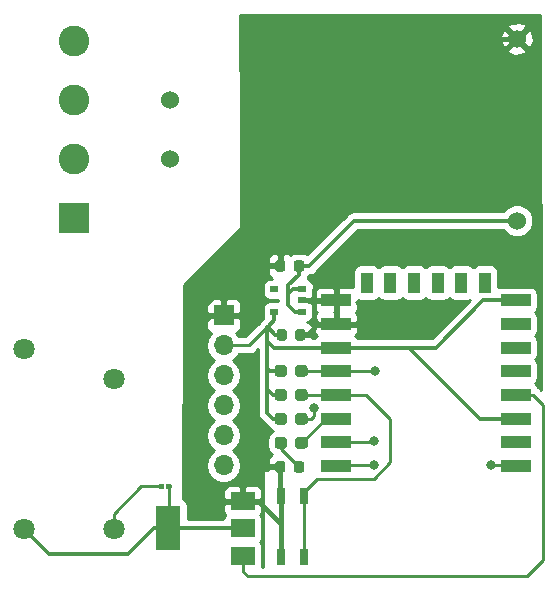
<source format=gtl>
G04 #@! TF.GenerationSoftware,KiCad,Pcbnew,5.0.2-bee76a0~70~ubuntu18.04.1*
G04 #@! TF.CreationDate,2019-08-21T20:27:36+02:00*
G04 #@! TF.ProjectId,Ceiling lamp,4365696c-696e-4672-906c-616d702e6b69,rev?*
G04 #@! TF.SameCoordinates,Original*
G04 #@! TF.FileFunction,Copper,L1,Top*
G04 #@! TF.FilePolarity,Positive*
%FSLAX46Y46*%
G04 Gerber Fmt 4.6, Leading zero omitted, Abs format (unit mm)*
G04 Created by KiCad (PCBNEW 5.0.2-bee76a0~70~ubuntu18.04.1) date mié 21 ago 2019 20:27:36 CEST*
%MOMM*%
%LPD*%
G01*
G04 APERTURE LIST*
G04 #@! TA.AperFunction,ComponentPad*
%ADD10C,1.524000*%
G04 #@! TD*
G04 #@! TA.AperFunction,SMDPad,CuDef*
%ADD11R,0.700000X0.510000*%
G04 #@! TD*
G04 #@! TA.AperFunction,SMDPad,CuDef*
%ADD12R,0.700000X1.450000*%
G04 #@! TD*
G04 #@! TA.AperFunction,Conductor*
%ADD13C,0.100000*%
G04 #@! TD*
G04 #@! TA.AperFunction,SMDPad,CuDef*
%ADD14C,0.875000*%
G04 #@! TD*
G04 #@! TA.AperFunction,ComponentPad*
%ADD15R,1.700000X1.700000*%
G04 #@! TD*
G04 #@! TA.AperFunction,ComponentPad*
%ADD16O,1.700000X1.700000*%
G04 #@! TD*
G04 #@! TA.AperFunction,SMDPad,CuDef*
%ADD17C,0.400000*%
G04 #@! TD*
G04 #@! TA.AperFunction,SMDPad,CuDef*
%ADD18R,2.500000X1.000000*%
G04 #@! TD*
G04 #@! TA.AperFunction,SMDPad,CuDef*
%ADD19R,1.000000X1.800000*%
G04 #@! TD*
G04 #@! TA.AperFunction,SMDPad,CuDef*
%ADD20C,0.950000*%
G04 #@! TD*
G04 #@! TA.AperFunction,SMDPad,CuDef*
%ADD21R,2.000000X3.800000*%
G04 #@! TD*
G04 #@! TA.AperFunction,SMDPad,CuDef*
%ADD22R,2.000000X1.500000*%
G04 #@! TD*
G04 #@! TA.AperFunction,ComponentPad*
%ADD23C,1.800000*%
G04 #@! TD*
G04 #@! TA.AperFunction,ComponentPad*
%ADD24R,2.600000X2.600000*%
G04 #@! TD*
G04 #@! TA.AperFunction,ComponentPad*
%ADD25C,2.600000*%
G04 #@! TD*
G04 #@! TA.AperFunction,ViaPad*
%ADD26C,0.800000*%
G04 #@! TD*
G04 #@! TA.AperFunction,Conductor*
%ADD27C,0.350000*%
G04 #@! TD*
G04 #@! TA.AperFunction,Conductor*
%ADD28C,0.250000*%
G04 #@! TD*
G04 #@! TA.AperFunction,Conductor*
%ADD29C,0.400000*%
G04 #@! TD*
G04 #@! TA.AperFunction,Conductor*
%ADD30C,0.300000*%
G04 #@! TD*
G04 #@! TA.AperFunction,Conductor*
%ADD31C,0.254000*%
G04 #@! TD*
G04 APERTURE END LIST*
D10*
G04 #@! TO.P,U3,1*
G04 #@! TO.N,Net-(J1-Pad2)*
X85358000Y-55572000D03*
G04 #@! TO.P,U3,2*
G04 #@! TO.N,/RelayL*
X85358000Y-60572000D03*
G04 #@! TO.P,U3,3*
G04 #@! TO.N,GND*
X114758000Y-50372000D03*
G04 #@! TO.P,U3,4*
G04 #@! TO.N,+5V*
X114758000Y-65772000D03*
G04 #@! TD*
D11*
G04 #@! TO.P,U1,1*
G04 #@! TO.N,+5V*
X96537000Y-73467000D03*
G04 #@! TO.P,U1,2*
G04 #@! TO.N,GND*
X96537000Y-72517000D03*
G04 #@! TO.P,U1,3*
G04 #@! TO.N,+5V*
X96537000Y-71567000D03*
G04 #@! TO.P,U1,4*
G04 #@! TO.N,Net-(U1-Pad4)*
X94217000Y-71567000D03*
G04 #@! TO.P,U1,5*
G04 #@! TO.N,+3V3*
X94217000Y-73467000D03*
G04 #@! TD*
D12*
G04 #@! TO.P,SW1,1*
G04 #@! TO.N,/Button*
X96758000Y-94274000D03*
X96758000Y-89114000D03*
G04 #@! TO.P,SW1,2*
G04 #@! TO.N,GND*
X94758000Y-89114000D03*
X94758000Y-94274000D03*
G04 #@! TD*
D13*
G04 #@! TO.N,GND*
G04 #@! TO.C,C2*
G36*
X96658691Y-74964053D02*
X96679926Y-74967203D01*
X96700750Y-74972419D01*
X96720962Y-74979651D01*
X96740368Y-74988830D01*
X96758781Y-74999866D01*
X96776024Y-75012654D01*
X96791930Y-75027070D01*
X96806346Y-75042976D01*
X96819134Y-75060219D01*
X96830170Y-75078632D01*
X96839349Y-75098038D01*
X96846581Y-75118250D01*
X96851797Y-75139074D01*
X96854947Y-75160309D01*
X96856000Y-75181750D01*
X96856000Y-75694250D01*
X96854947Y-75715691D01*
X96851797Y-75736926D01*
X96846581Y-75757750D01*
X96839349Y-75777962D01*
X96830170Y-75797368D01*
X96819134Y-75815781D01*
X96806346Y-75833024D01*
X96791930Y-75848930D01*
X96776024Y-75863346D01*
X96758781Y-75876134D01*
X96740368Y-75887170D01*
X96720962Y-75896349D01*
X96700750Y-75903581D01*
X96679926Y-75908797D01*
X96658691Y-75911947D01*
X96637250Y-75913000D01*
X96199750Y-75913000D01*
X96178309Y-75911947D01*
X96157074Y-75908797D01*
X96136250Y-75903581D01*
X96116038Y-75896349D01*
X96096632Y-75887170D01*
X96078219Y-75876134D01*
X96060976Y-75863346D01*
X96045070Y-75848930D01*
X96030654Y-75833024D01*
X96017866Y-75815781D01*
X96006830Y-75797368D01*
X95997651Y-75777962D01*
X95990419Y-75757750D01*
X95985203Y-75736926D01*
X95982053Y-75715691D01*
X95981000Y-75694250D01*
X95981000Y-75181750D01*
X95982053Y-75160309D01*
X95985203Y-75139074D01*
X95990419Y-75118250D01*
X95997651Y-75098038D01*
X96006830Y-75078632D01*
X96017866Y-75060219D01*
X96030654Y-75042976D01*
X96045070Y-75027070D01*
X96060976Y-75012654D01*
X96078219Y-74999866D01*
X96096632Y-74988830D01*
X96116038Y-74979651D01*
X96136250Y-74972419D01*
X96157074Y-74967203D01*
X96178309Y-74964053D01*
X96199750Y-74963000D01*
X96637250Y-74963000D01*
X96658691Y-74964053D01*
X96658691Y-74964053D01*
G37*
D14*
G04 #@! TD*
G04 #@! TO.P,C2,2*
G04 #@! TO.N,GND*
X96418500Y-75438000D03*
D13*
G04 #@! TO.N,+3V3*
G04 #@! TO.C,C2*
G36*
X95083691Y-74964053D02*
X95104926Y-74967203D01*
X95125750Y-74972419D01*
X95145962Y-74979651D01*
X95165368Y-74988830D01*
X95183781Y-74999866D01*
X95201024Y-75012654D01*
X95216930Y-75027070D01*
X95231346Y-75042976D01*
X95244134Y-75060219D01*
X95255170Y-75078632D01*
X95264349Y-75098038D01*
X95271581Y-75118250D01*
X95276797Y-75139074D01*
X95279947Y-75160309D01*
X95281000Y-75181750D01*
X95281000Y-75694250D01*
X95279947Y-75715691D01*
X95276797Y-75736926D01*
X95271581Y-75757750D01*
X95264349Y-75777962D01*
X95255170Y-75797368D01*
X95244134Y-75815781D01*
X95231346Y-75833024D01*
X95216930Y-75848930D01*
X95201024Y-75863346D01*
X95183781Y-75876134D01*
X95165368Y-75887170D01*
X95145962Y-75896349D01*
X95125750Y-75903581D01*
X95104926Y-75908797D01*
X95083691Y-75911947D01*
X95062250Y-75913000D01*
X94624750Y-75913000D01*
X94603309Y-75911947D01*
X94582074Y-75908797D01*
X94561250Y-75903581D01*
X94541038Y-75896349D01*
X94521632Y-75887170D01*
X94503219Y-75876134D01*
X94485976Y-75863346D01*
X94470070Y-75848930D01*
X94455654Y-75833024D01*
X94442866Y-75815781D01*
X94431830Y-75797368D01*
X94422651Y-75777962D01*
X94415419Y-75757750D01*
X94410203Y-75736926D01*
X94407053Y-75715691D01*
X94406000Y-75694250D01*
X94406000Y-75181750D01*
X94407053Y-75160309D01*
X94410203Y-75139074D01*
X94415419Y-75118250D01*
X94422651Y-75098038D01*
X94431830Y-75078632D01*
X94442866Y-75060219D01*
X94455654Y-75042976D01*
X94470070Y-75027070D01*
X94485976Y-75012654D01*
X94503219Y-74999866D01*
X94521632Y-74988830D01*
X94541038Y-74979651D01*
X94561250Y-74972419D01*
X94582074Y-74967203D01*
X94603309Y-74964053D01*
X94624750Y-74963000D01*
X95062250Y-74963000D01*
X95083691Y-74964053D01*
X95083691Y-74964053D01*
G37*
D14*
G04 #@! TD*
G04 #@! TO.P,C2,1*
G04 #@! TO.N,+3V3*
X94843500Y-75438000D03*
D13*
G04 #@! TO.N,+5V*
G04 #@! TO.C,C1*
G36*
X96531691Y-69122053D02*
X96552926Y-69125203D01*
X96573750Y-69130419D01*
X96593962Y-69137651D01*
X96613368Y-69146830D01*
X96631781Y-69157866D01*
X96649024Y-69170654D01*
X96664930Y-69185070D01*
X96679346Y-69200976D01*
X96692134Y-69218219D01*
X96703170Y-69236632D01*
X96712349Y-69256038D01*
X96719581Y-69276250D01*
X96724797Y-69297074D01*
X96727947Y-69318309D01*
X96729000Y-69339750D01*
X96729000Y-69852250D01*
X96727947Y-69873691D01*
X96724797Y-69894926D01*
X96719581Y-69915750D01*
X96712349Y-69935962D01*
X96703170Y-69955368D01*
X96692134Y-69973781D01*
X96679346Y-69991024D01*
X96664930Y-70006930D01*
X96649024Y-70021346D01*
X96631781Y-70034134D01*
X96613368Y-70045170D01*
X96593962Y-70054349D01*
X96573750Y-70061581D01*
X96552926Y-70066797D01*
X96531691Y-70069947D01*
X96510250Y-70071000D01*
X96072750Y-70071000D01*
X96051309Y-70069947D01*
X96030074Y-70066797D01*
X96009250Y-70061581D01*
X95989038Y-70054349D01*
X95969632Y-70045170D01*
X95951219Y-70034134D01*
X95933976Y-70021346D01*
X95918070Y-70006930D01*
X95903654Y-69991024D01*
X95890866Y-69973781D01*
X95879830Y-69955368D01*
X95870651Y-69935962D01*
X95863419Y-69915750D01*
X95858203Y-69894926D01*
X95855053Y-69873691D01*
X95854000Y-69852250D01*
X95854000Y-69339750D01*
X95855053Y-69318309D01*
X95858203Y-69297074D01*
X95863419Y-69276250D01*
X95870651Y-69256038D01*
X95879830Y-69236632D01*
X95890866Y-69218219D01*
X95903654Y-69200976D01*
X95918070Y-69185070D01*
X95933976Y-69170654D01*
X95951219Y-69157866D01*
X95969632Y-69146830D01*
X95989038Y-69137651D01*
X96009250Y-69130419D01*
X96030074Y-69125203D01*
X96051309Y-69122053D01*
X96072750Y-69121000D01*
X96510250Y-69121000D01*
X96531691Y-69122053D01*
X96531691Y-69122053D01*
G37*
D14*
G04 #@! TD*
G04 #@! TO.P,C1,1*
G04 #@! TO.N,+5V*
X96291500Y-69596000D03*
D13*
G04 #@! TO.N,GND*
G04 #@! TO.C,C1*
G36*
X94956691Y-69122053D02*
X94977926Y-69125203D01*
X94998750Y-69130419D01*
X95018962Y-69137651D01*
X95038368Y-69146830D01*
X95056781Y-69157866D01*
X95074024Y-69170654D01*
X95089930Y-69185070D01*
X95104346Y-69200976D01*
X95117134Y-69218219D01*
X95128170Y-69236632D01*
X95137349Y-69256038D01*
X95144581Y-69276250D01*
X95149797Y-69297074D01*
X95152947Y-69318309D01*
X95154000Y-69339750D01*
X95154000Y-69852250D01*
X95152947Y-69873691D01*
X95149797Y-69894926D01*
X95144581Y-69915750D01*
X95137349Y-69935962D01*
X95128170Y-69955368D01*
X95117134Y-69973781D01*
X95104346Y-69991024D01*
X95089930Y-70006930D01*
X95074024Y-70021346D01*
X95056781Y-70034134D01*
X95038368Y-70045170D01*
X95018962Y-70054349D01*
X94998750Y-70061581D01*
X94977926Y-70066797D01*
X94956691Y-70069947D01*
X94935250Y-70071000D01*
X94497750Y-70071000D01*
X94476309Y-70069947D01*
X94455074Y-70066797D01*
X94434250Y-70061581D01*
X94414038Y-70054349D01*
X94394632Y-70045170D01*
X94376219Y-70034134D01*
X94358976Y-70021346D01*
X94343070Y-70006930D01*
X94328654Y-69991024D01*
X94315866Y-69973781D01*
X94304830Y-69955368D01*
X94295651Y-69935962D01*
X94288419Y-69915750D01*
X94283203Y-69894926D01*
X94280053Y-69873691D01*
X94279000Y-69852250D01*
X94279000Y-69339750D01*
X94280053Y-69318309D01*
X94283203Y-69297074D01*
X94288419Y-69276250D01*
X94295651Y-69256038D01*
X94304830Y-69236632D01*
X94315866Y-69218219D01*
X94328654Y-69200976D01*
X94343070Y-69185070D01*
X94358976Y-69170654D01*
X94376219Y-69157866D01*
X94394632Y-69146830D01*
X94414038Y-69137651D01*
X94434250Y-69130419D01*
X94455074Y-69125203D01*
X94476309Y-69122053D01*
X94497750Y-69121000D01*
X94935250Y-69121000D01*
X94956691Y-69122053D01*
X94956691Y-69122053D01*
G37*
D14*
G04 #@! TD*
G04 #@! TO.P,C1,2*
G04 #@! TO.N,GND*
X94716500Y-69596000D03*
D15*
G04 #@! TO.P,J2,1*
G04 #@! TO.N,GND*
X89916000Y-73787000D03*
D16*
G04 #@! TO.P,J2,2*
G04 #@! TO.N,+3V3*
X89916000Y-76327000D03*
G04 #@! TO.P,J2,3*
G04 #@! TO.N,/Flash*
X89916000Y-78867000D03*
G04 #@! TO.P,J2,4*
G04 #@! TO.N,/Rst*
X89916000Y-81407000D03*
G04 #@! TO.P,J2,5*
G04 #@! TO.N,/RX*
X89916000Y-83947000D03*
G04 #@! TO.P,J2,6*
G04 #@! TO.N,/TX*
X89916000Y-86487000D03*
G04 #@! TD*
D13*
G04 #@! TO.N,Net-(D1-Pad1)*
G04 #@! TO.C,D1*
G36*
X85422802Y-88065482D02*
X85432509Y-88066921D01*
X85442028Y-88069306D01*
X85451268Y-88072612D01*
X85460140Y-88076808D01*
X85468557Y-88081853D01*
X85476439Y-88087699D01*
X85483711Y-88094289D01*
X85490301Y-88101561D01*
X85496147Y-88109443D01*
X85501192Y-88117860D01*
X85505388Y-88126732D01*
X85508694Y-88135972D01*
X85511079Y-88145491D01*
X85512518Y-88155198D01*
X85513000Y-88165000D01*
X85513000Y-88365000D01*
X85512518Y-88374802D01*
X85511079Y-88384509D01*
X85508694Y-88394028D01*
X85505388Y-88403268D01*
X85501192Y-88412140D01*
X85496147Y-88420557D01*
X85490301Y-88428439D01*
X85483711Y-88435711D01*
X85476439Y-88442301D01*
X85468557Y-88448147D01*
X85460140Y-88453192D01*
X85451268Y-88457388D01*
X85442028Y-88460694D01*
X85432509Y-88463079D01*
X85422802Y-88464518D01*
X85413000Y-88465000D01*
X85153000Y-88465000D01*
X85143198Y-88464518D01*
X85133491Y-88463079D01*
X85123972Y-88460694D01*
X85114732Y-88457388D01*
X85105860Y-88453192D01*
X85097443Y-88448147D01*
X85089561Y-88442301D01*
X85082289Y-88435711D01*
X85075699Y-88428439D01*
X85069853Y-88420557D01*
X85064808Y-88412140D01*
X85060612Y-88403268D01*
X85057306Y-88394028D01*
X85054921Y-88384509D01*
X85053482Y-88374802D01*
X85053000Y-88365000D01*
X85053000Y-88165000D01*
X85053482Y-88155198D01*
X85054921Y-88145491D01*
X85057306Y-88135972D01*
X85060612Y-88126732D01*
X85064808Y-88117860D01*
X85069853Y-88109443D01*
X85075699Y-88101561D01*
X85082289Y-88094289D01*
X85089561Y-88087699D01*
X85097443Y-88081853D01*
X85105860Y-88076808D01*
X85114732Y-88072612D01*
X85123972Y-88069306D01*
X85133491Y-88066921D01*
X85143198Y-88065482D01*
X85153000Y-88065000D01*
X85413000Y-88065000D01*
X85422802Y-88065482D01*
X85422802Y-88065482D01*
G37*
D17*
G04 #@! TD*
G04 #@! TO.P,D1,1*
G04 #@! TO.N,Net-(D1-Pad1)*
X85283000Y-88265000D03*
D13*
G04 #@! TO.N,+5V*
G04 #@! TO.C,D1*
G36*
X84782802Y-88065482D02*
X84792509Y-88066921D01*
X84802028Y-88069306D01*
X84811268Y-88072612D01*
X84820140Y-88076808D01*
X84828557Y-88081853D01*
X84836439Y-88087699D01*
X84843711Y-88094289D01*
X84850301Y-88101561D01*
X84856147Y-88109443D01*
X84861192Y-88117860D01*
X84865388Y-88126732D01*
X84868694Y-88135972D01*
X84871079Y-88145491D01*
X84872518Y-88155198D01*
X84873000Y-88165000D01*
X84873000Y-88365000D01*
X84872518Y-88374802D01*
X84871079Y-88384509D01*
X84868694Y-88394028D01*
X84865388Y-88403268D01*
X84861192Y-88412140D01*
X84856147Y-88420557D01*
X84850301Y-88428439D01*
X84843711Y-88435711D01*
X84836439Y-88442301D01*
X84828557Y-88448147D01*
X84820140Y-88453192D01*
X84811268Y-88457388D01*
X84802028Y-88460694D01*
X84792509Y-88463079D01*
X84782802Y-88464518D01*
X84773000Y-88465000D01*
X84513000Y-88465000D01*
X84503198Y-88464518D01*
X84493491Y-88463079D01*
X84483972Y-88460694D01*
X84474732Y-88457388D01*
X84465860Y-88453192D01*
X84457443Y-88448147D01*
X84449561Y-88442301D01*
X84442289Y-88435711D01*
X84435699Y-88428439D01*
X84429853Y-88420557D01*
X84424808Y-88412140D01*
X84420612Y-88403268D01*
X84417306Y-88394028D01*
X84414921Y-88384509D01*
X84413482Y-88374802D01*
X84413000Y-88365000D01*
X84413000Y-88165000D01*
X84413482Y-88155198D01*
X84414921Y-88145491D01*
X84417306Y-88135972D01*
X84420612Y-88126732D01*
X84424808Y-88117860D01*
X84429853Y-88109443D01*
X84435699Y-88101561D01*
X84442289Y-88094289D01*
X84449561Y-88087699D01*
X84457443Y-88081853D01*
X84465860Y-88076808D01*
X84474732Y-88072612D01*
X84483972Y-88069306D01*
X84493491Y-88066921D01*
X84503198Y-88065482D01*
X84513000Y-88065000D01*
X84773000Y-88065000D01*
X84782802Y-88065482D01*
X84782802Y-88065482D01*
G37*
D17*
G04 #@! TD*
G04 #@! TO.P,D1,2*
G04 #@! TO.N,+5V*
X84643000Y-88265000D03*
D13*
G04 #@! TO.N,GND*
G04 #@! TO.C,D2*
G36*
X94956691Y-86140053D02*
X94977926Y-86143203D01*
X94998750Y-86148419D01*
X95018962Y-86155651D01*
X95038368Y-86164830D01*
X95056781Y-86175866D01*
X95074024Y-86188654D01*
X95089930Y-86203070D01*
X95104346Y-86218976D01*
X95117134Y-86236219D01*
X95128170Y-86254632D01*
X95137349Y-86274038D01*
X95144581Y-86294250D01*
X95149797Y-86315074D01*
X95152947Y-86336309D01*
X95154000Y-86357750D01*
X95154000Y-86870250D01*
X95152947Y-86891691D01*
X95149797Y-86912926D01*
X95144581Y-86933750D01*
X95137349Y-86953962D01*
X95128170Y-86973368D01*
X95117134Y-86991781D01*
X95104346Y-87009024D01*
X95089930Y-87024930D01*
X95074024Y-87039346D01*
X95056781Y-87052134D01*
X95038368Y-87063170D01*
X95018962Y-87072349D01*
X94998750Y-87079581D01*
X94977926Y-87084797D01*
X94956691Y-87087947D01*
X94935250Y-87089000D01*
X94497750Y-87089000D01*
X94476309Y-87087947D01*
X94455074Y-87084797D01*
X94434250Y-87079581D01*
X94414038Y-87072349D01*
X94394632Y-87063170D01*
X94376219Y-87052134D01*
X94358976Y-87039346D01*
X94343070Y-87024930D01*
X94328654Y-87009024D01*
X94315866Y-86991781D01*
X94304830Y-86973368D01*
X94295651Y-86953962D01*
X94288419Y-86933750D01*
X94283203Y-86912926D01*
X94280053Y-86891691D01*
X94279000Y-86870250D01*
X94279000Y-86357750D01*
X94280053Y-86336309D01*
X94283203Y-86315074D01*
X94288419Y-86294250D01*
X94295651Y-86274038D01*
X94304830Y-86254632D01*
X94315866Y-86236219D01*
X94328654Y-86218976D01*
X94343070Y-86203070D01*
X94358976Y-86188654D01*
X94376219Y-86175866D01*
X94394632Y-86164830D01*
X94414038Y-86155651D01*
X94434250Y-86148419D01*
X94455074Y-86143203D01*
X94476309Y-86140053D01*
X94497750Y-86139000D01*
X94935250Y-86139000D01*
X94956691Y-86140053D01*
X94956691Y-86140053D01*
G37*
D14*
G04 #@! TD*
G04 #@! TO.P,D2,1*
G04 #@! TO.N,GND*
X94716500Y-86614000D03*
D13*
G04 #@! TO.N,Net-(D2-Pad2)*
G04 #@! TO.C,D2*
G36*
X96531691Y-86140053D02*
X96552926Y-86143203D01*
X96573750Y-86148419D01*
X96593962Y-86155651D01*
X96613368Y-86164830D01*
X96631781Y-86175866D01*
X96649024Y-86188654D01*
X96664930Y-86203070D01*
X96679346Y-86218976D01*
X96692134Y-86236219D01*
X96703170Y-86254632D01*
X96712349Y-86274038D01*
X96719581Y-86294250D01*
X96724797Y-86315074D01*
X96727947Y-86336309D01*
X96729000Y-86357750D01*
X96729000Y-86870250D01*
X96727947Y-86891691D01*
X96724797Y-86912926D01*
X96719581Y-86933750D01*
X96712349Y-86953962D01*
X96703170Y-86973368D01*
X96692134Y-86991781D01*
X96679346Y-87009024D01*
X96664930Y-87024930D01*
X96649024Y-87039346D01*
X96631781Y-87052134D01*
X96613368Y-87063170D01*
X96593962Y-87072349D01*
X96573750Y-87079581D01*
X96552926Y-87084797D01*
X96531691Y-87087947D01*
X96510250Y-87089000D01*
X96072750Y-87089000D01*
X96051309Y-87087947D01*
X96030074Y-87084797D01*
X96009250Y-87079581D01*
X95989038Y-87072349D01*
X95969632Y-87063170D01*
X95951219Y-87052134D01*
X95933976Y-87039346D01*
X95918070Y-87024930D01*
X95903654Y-87009024D01*
X95890866Y-86991781D01*
X95879830Y-86973368D01*
X95870651Y-86953962D01*
X95863419Y-86933750D01*
X95858203Y-86912926D01*
X95855053Y-86891691D01*
X95854000Y-86870250D01*
X95854000Y-86357750D01*
X95855053Y-86336309D01*
X95858203Y-86315074D01*
X95863419Y-86294250D01*
X95870651Y-86274038D01*
X95879830Y-86254632D01*
X95890866Y-86236219D01*
X95903654Y-86218976D01*
X95918070Y-86203070D01*
X95933976Y-86188654D01*
X95951219Y-86175866D01*
X95969632Y-86164830D01*
X95989038Y-86155651D01*
X96009250Y-86148419D01*
X96030074Y-86143203D01*
X96051309Y-86140053D01*
X96072750Y-86139000D01*
X96510250Y-86139000D01*
X96531691Y-86140053D01*
X96531691Y-86140053D01*
G37*
D14*
G04 #@! TD*
G04 #@! TO.P,D2,2*
G04 #@! TO.N,Net-(D2-Pad2)*
X96291500Y-86614000D03*
D18*
G04 #@! TO.P,U2,1*
G04 #@! TO.N,/Rst*
X114641000Y-86518000D03*
G04 #@! TO.P,U2,2*
G04 #@! TO.N,Net-(U2-Pad2)*
X114641000Y-84518000D03*
G04 #@! TO.P,U2,3*
G04 #@! TO.N,+3V3*
X114641000Y-82518000D03*
G04 #@! TO.P,U2,4*
G04 #@! TO.N,/Relay*
X114641000Y-80518000D03*
G04 #@! TO.P,U2,5*
G04 #@! TO.N,Net-(U2-Pad5)*
X114641000Y-78518000D03*
G04 #@! TO.P,U2,6*
G04 #@! TO.N,Net-(U2-Pad6)*
X114641000Y-76518000D03*
G04 #@! TO.P,U2,7*
G04 #@! TO.N,Net-(U2-Pad7)*
X114641000Y-74518000D03*
G04 #@! TO.P,U2,8*
G04 #@! TO.N,+3V3*
X114641000Y-72518000D03*
D19*
G04 #@! TO.P,U2,9*
G04 #@! TO.N,Net-(U2-Pad9)*
X112041000Y-71018000D03*
G04 #@! TO.P,U2,10*
G04 #@! TO.N,Net-(U2-Pad10)*
X110041000Y-71018000D03*
G04 #@! TO.P,U2,11*
G04 #@! TO.N,Net-(U2-Pad11)*
X108041000Y-71018000D03*
G04 #@! TO.P,U2,12*
G04 #@! TO.N,Net-(U2-Pad12)*
X106041000Y-71018000D03*
G04 #@! TO.P,U2,13*
G04 #@! TO.N,Net-(U2-Pad13)*
X104041000Y-71018000D03*
G04 #@! TO.P,U2,14*
G04 #@! TO.N,Net-(U2-Pad14)*
X102041000Y-71018000D03*
D18*
G04 #@! TO.P,U2,15*
G04 #@! TO.N,GND*
X99441000Y-72518000D03*
G04 #@! TO.P,U2,16*
X99441000Y-74518000D03*
G04 #@! TO.P,U2,17*
G04 #@! TO.N,+3V3*
X99441000Y-76518000D03*
G04 #@! TO.P,U2,18*
G04 #@! TO.N,/Flash*
X99441000Y-78518000D03*
G04 #@! TO.P,U2,19*
G04 #@! TO.N,/Button*
X99441000Y-80518000D03*
G04 #@! TO.P,U2,20*
G04 #@! TO.N,/LED*
X99441000Y-82518000D03*
G04 #@! TO.P,U2,21*
G04 #@! TO.N,/RX*
X99441000Y-84518000D03*
G04 #@! TO.P,U2,22*
G04 #@! TO.N,/TX*
X99441000Y-86518000D03*
G04 #@! TD*
D13*
G04 #@! TO.N,+3V3*
G04 #@! TO.C,R1*
G36*
X95066779Y-82076144D02*
X95089834Y-82079563D01*
X95112443Y-82085227D01*
X95134387Y-82093079D01*
X95155457Y-82103044D01*
X95175448Y-82115026D01*
X95194168Y-82128910D01*
X95211438Y-82144562D01*
X95227090Y-82161832D01*
X95240974Y-82180552D01*
X95252956Y-82200543D01*
X95262921Y-82221613D01*
X95270773Y-82243557D01*
X95276437Y-82266166D01*
X95279856Y-82289221D01*
X95281000Y-82312500D01*
X95281000Y-82787500D01*
X95279856Y-82810779D01*
X95276437Y-82833834D01*
X95270773Y-82856443D01*
X95262921Y-82878387D01*
X95252956Y-82899457D01*
X95240974Y-82919448D01*
X95227090Y-82938168D01*
X95211438Y-82955438D01*
X95194168Y-82971090D01*
X95175448Y-82984974D01*
X95155457Y-82996956D01*
X95134387Y-83006921D01*
X95112443Y-83014773D01*
X95089834Y-83020437D01*
X95066779Y-83023856D01*
X95043500Y-83025000D01*
X94468500Y-83025000D01*
X94445221Y-83023856D01*
X94422166Y-83020437D01*
X94399557Y-83014773D01*
X94377613Y-83006921D01*
X94356543Y-82996956D01*
X94336552Y-82984974D01*
X94317832Y-82971090D01*
X94300562Y-82955438D01*
X94284910Y-82938168D01*
X94271026Y-82919448D01*
X94259044Y-82899457D01*
X94249079Y-82878387D01*
X94241227Y-82856443D01*
X94235563Y-82833834D01*
X94232144Y-82810779D01*
X94231000Y-82787500D01*
X94231000Y-82312500D01*
X94232144Y-82289221D01*
X94235563Y-82266166D01*
X94241227Y-82243557D01*
X94249079Y-82221613D01*
X94259044Y-82200543D01*
X94271026Y-82180552D01*
X94284910Y-82161832D01*
X94300562Y-82144562D01*
X94317832Y-82128910D01*
X94336552Y-82115026D01*
X94356543Y-82103044D01*
X94377613Y-82093079D01*
X94399557Y-82085227D01*
X94422166Y-82079563D01*
X94445221Y-82076144D01*
X94468500Y-82075000D01*
X95043500Y-82075000D01*
X95066779Y-82076144D01*
X95066779Y-82076144D01*
G37*
D20*
G04 #@! TD*
G04 #@! TO.P,R1,2*
G04 #@! TO.N,+3V3*
X94756000Y-82550000D03*
D13*
G04 #@! TO.N,/Rst*
G04 #@! TO.C,R1*
G36*
X96816779Y-82076144D02*
X96839834Y-82079563D01*
X96862443Y-82085227D01*
X96884387Y-82093079D01*
X96905457Y-82103044D01*
X96925448Y-82115026D01*
X96944168Y-82128910D01*
X96961438Y-82144562D01*
X96977090Y-82161832D01*
X96990974Y-82180552D01*
X97002956Y-82200543D01*
X97012921Y-82221613D01*
X97020773Y-82243557D01*
X97026437Y-82266166D01*
X97029856Y-82289221D01*
X97031000Y-82312500D01*
X97031000Y-82787500D01*
X97029856Y-82810779D01*
X97026437Y-82833834D01*
X97020773Y-82856443D01*
X97012921Y-82878387D01*
X97002956Y-82899457D01*
X96990974Y-82919448D01*
X96977090Y-82938168D01*
X96961438Y-82955438D01*
X96944168Y-82971090D01*
X96925448Y-82984974D01*
X96905457Y-82996956D01*
X96884387Y-83006921D01*
X96862443Y-83014773D01*
X96839834Y-83020437D01*
X96816779Y-83023856D01*
X96793500Y-83025000D01*
X96218500Y-83025000D01*
X96195221Y-83023856D01*
X96172166Y-83020437D01*
X96149557Y-83014773D01*
X96127613Y-83006921D01*
X96106543Y-82996956D01*
X96086552Y-82984974D01*
X96067832Y-82971090D01*
X96050562Y-82955438D01*
X96034910Y-82938168D01*
X96021026Y-82919448D01*
X96009044Y-82899457D01*
X95999079Y-82878387D01*
X95991227Y-82856443D01*
X95985563Y-82833834D01*
X95982144Y-82810779D01*
X95981000Y-82787500D01*
X95981000Y-82312500D01*
X95982144Y-82289221D01*
X95985563Y-82266166D01*
X95991227Y-82243557D01*
X95999079Y-82221613D01*
X96009044Y-82200543D01*
X96021026Y-82180552D01*
X96034910Y-82161832D01*
X96050562Y-82144562D01*
X96067832Y-82128910D01*
X96086552Y-82115026D01*
X96106543Y-82103044D01*
X96127613Y-82093079D01*
X96149557Y-82085227D01*
X96172166Y-82079563D01*
X96195221Y-82076144D01*
X96218500Y-82075000D01*
X96793500Y-82075000D01*
X96816779Y-82076144D01*
X96816779Y-82076144D01*
G37*
D20*
G04 #@! TD*
G04 #@! TO.P,R1,1*
G04 #@! TO.N,/Rst*
X96506000Y-82550000D03*
D13*
G04 #@! TO.N,+3V3*
G04 #@! TO.C,R2*
G36*
X95066779Y-78012144D02*
X95089834Y-78015563D01*
X95112443Y-78021227D01*
X95134387Y-78029079D01*
X95155457Y-78039044D01*
X95175448Y-78051026D01*
X95194168Y-78064910D01*
X95211438Y-78080562D01*
X95227090Y-78097832D01*
X95240974Y-78116552D01*
X95252956Y-78136543D01*
X95262921Y-78157613D01*
X95270773Y-78179557D01*
X95276437Y-78202166D01*
X95279856Y-78225221D01*
X95281000Y-78248500D01*
X95281000Y-78723500D01*
X95279856Y-78746779D01*
X95276437Y-78769834D01*
X95270773Y-78792443D01*
X95262921Y-78814387D01*
X95252956Y-78835457D01*
X95240974Y-78855448D01*
X95227090Y-78874168D01*
X95211438Y-78891438D01*
X95194168Y-78907090D01*
X95175448Y-78920974D01*
X95155457Y-78932956D01*
X95134387Y-78942921D01*
X95112443Y-78950773D01*
X95089834Y-78956437D01*
X95066779Y-78959856D01*
X95043500Y-78961000D01*
X94468500Y-78961000D01*
X94445221Y-78959856D01*
X94422166Y-78956437D01*
X94399557Y-78950773D01*
X94377613Y-78942921D01*
X94356543Y-78932956D01*
X94336552Y-78920974D01*
X94317832Y-78907090D01*
X94300562Y-78891438D01*
X94284910Y-78874168D01*
X94271026Y-78855448D01*
X94259044Y-78835457D01*
X94249079Y-78814387D01*
X94241227Y-78792443D01*
X94235563Y-78769834D01*
X94232144Y-78746779D01*
X94231000Y-78723500D01*
X94231000Y-78248500D01*
X94232144Y-78225221D01*
X94235563Y-78202166D01*
X94241227Y-78179557D01*
X94249079Y-78157613D01*
X94259044Y-78136543D01*
X94271026Y-78116552D01*
X94284910Y-78097832D01*
X94300562Y-78080562D01*
X94317832Y-78064910D01*
X94336552Y-78051026D01*
X94356543Y-78039044D01*
X94377613Y-78029079D01*
X94399557Y-78021227D01*
X94422166Y-78015563D01*
X94445221Y-78012144D01*
X94468500Y-78011000D01*
X95043500Y-78011000D01*
X95066779Y-78012144D01*
X95066779Y-78012144D01*
G37*
D20*
G04 #@! TD*
G04 #@! TO.P,R2,1*
G04 #@! TO.N,+3V3*
X94756000Y-78486000D03*
D13*
G04 #@! TO.N,/Flash*
G04 #@! TO.C,R2*
G36*
X96816779Y-78012144D02*
X96839834Y-78015563D01*
X96862443Y-78021227D01*
X96884387Y-78029079D01*
X96905457Y-78039044D01*
X96925448Y-78051026D01*
X96944168Y-78064910D01*
X96961438Y-78080562D01*
X96977090Y-78097832D01*
X96990974Y-78116552D01*
X97002956Y-78136543D01*
X97012921Y-78157613D01*
X97020773Y-78179557D01*
X97026437Y-78202166D01*
X97029856Y-78225221D01*
X97031000Y-78248500D01*
X97031000Y-78723500D01*
X97029856Y-78746779D01*
X97026437Y-78769834D01*
X97020773Y-78792443D01*
X97012921Y-78814387D01*
X97002956Y-78835457D01*
X96990974Y-78855448D01*
X96977090Y-78874168D01*
X96961438Y-78891438D01*
X96944168Y-78907090D01*
X96925448Y-78920974D01*
X96905457Y-78932956D01*
X96884387Y-78942921D01*
X96862443Y-78950773D01*
X96839834Y-78956437D01*
X96816779Y-78959856D01*
X96793500Y-78961000D01*
X96218500Y-78961000D01*
X96195221Y-78959856D01*
X96172166Y-78956437D01*
X96149557Y-78950773D01*
X96127613Y-78942921D01*
X96106543Y-78932956D01*
X96086552Y-78920974D01*
X96067832Y-78907090D01*
X96050562Y-78891438D01*
X96034910Y-78874168D01*
X96021026Y-78855448D01*
X96009044Y-78835457D01*
X95999079Y-78814387D01*
X95991227Y-78792443D01*
X95985563Y-78769834D01*
X95982144Y-78746779D01*
X95981000Y-78723500D01*
X95981000Y-78248500D01*
X95982144Y-78225221D01*
X95985563Y-78202166D01*
X95991227Y-78179557D01*
X95999079Y-78157613D01*
X96009044Y-78136543D01*
X96021026Y-78116552D01*
X96034910Y-78097832D01*
X96050562Y-78080562D01*
X96067832Y-78064910D01*
X96086552Y-78051026D01*
X96106543Y-78039044D01*
X96127613Y-78029079D01*
X96149557Y-78021227D01*
X96172166Y-78015563D01*
X96195221Y-78012144D01*
X96218500Y-78011000D01*
X96793500Y-78011000D01*
X96816779Y-78012144D01*
X96816779Y-78012144D01*
G37*
D20*
G04 #@! TD*
G04 #@! TO.P,R2,2*
G04 #@! TO.N,/Flash*
X96506000Y-78486000D03*
D13*
G04 #@! TO.N,+3V3*
G04 #@! TO.C,R3*
G36*
X95066779Y-80044144D02*
X95089834Y-80047563D01*
X95112443Y-80053227D01*
X95134387Y-80061079D01*
X95155457Y-80071044D01*
X95175448Y-80083026D01*
X95194168Y-80096910D01*
X95211438Y-80112562D01*
X95227090Y-80129832D01*
X95240974Y-80148552D01*
X95252956Y-80168543D01*
X95262921Y-80189613D01*
X95270773Y-80211557D01*
X95276437Y-80234166D01*
X95279856Y-80257221D01*
X95281000Y-80280500D01*
X95281000Y-80755500D01*
X95279856Y-80778779D01*
X95276437Y-80801834D01*
X95270773Y-80824443D01*
X95262921Y-80846387D01*
X95252956Y-80867457D01*
X95240974Y-80887448D01*
X95227090Y-80906168D01*
X95211438Y-80923438D01*
X95194168Y-80939090D01*
X95175448Y-80952974D01*
X95155457Y-80964956D01*
X95134387Y-80974921D01*
X95112443Y-80982773D01*
X95089834Y-80988437D01*
X95066779Y-80991856D01*
X95043500Y-80993000D01*
X94468500Y-80993000D01*
X94445221Y-80991856D01*
X94422166Y-80988437D01*
X94399557Y-80982773D01*
X94377613Y-80974921D01*
X94356543Y-80964956D01*
X94336552Y-80952974D01*
X94317832Y-80939090D01*
X94300562Y-80923438D01*
X94284910Y-80906168D01*
X94271026Y-80887448D01*
X94259044Y-80867457D01*
X94249079Y-80846387D01*
X94241227Y-80824443D01*
X94235563Y-80801834D01*
X94232144Y-80778779D01*
X94231000Y-80755500D01*
X94231000Y-80280500D01*
X94232144Y-80257221D01*
X94235563Y-80234166D01*
X94241227Y-80211557D01*
X94249079Y-80189613D01*
X94259044Y-80168543D01*
X94271026Y-80148552D01*
X94284910Y-80129832D01*
X94300562Y-80112562D01*
X94317832Y-80096910D01*
X94336552Y-80083026D01*
X94356543Y-80071044D01*
X94377613Y-80061079D01*
X94399557Y-80053227D01*
X94422166Y-80047563D01*
X94445221Y-80044144D01*
X94468500Y-80043000D01*
X95043500Y-80043000D01*
X95066779Y-80044144D01*
X95066779Y-80044144D01*
G37*
D20*
G04 #@! TD*
G04 #@! TO.P,R3,2*
G04 #@! TO.N,+3V3*
X94756000Y-80518000D03*
D13*
G04 #@! TO.N,/Button*
G04 #@! TO.C,R3*
G36*
X96816779Y-80044144D02*
X96839834Y-80047563D01*
X96862443Y-80053227D01*
X96884387Y-80061079D01*
X96905457Y-80071044D01*
X96925448Y-80083026D01*
X96944168Y-80096910D01*
X96961438Y-80112562D01*
X96977090Y-80129832D01*
X96990974Y-80148552D01*
X97002956Y-80168543D01*
X97012921Y-80189613D01*
X97020773Y-80211557D01*
X97026437Y-80234166D01*
X97029856Y-80257221D01*
X97031000Y-80280500D01*
X97031000Y-80755500D01*
X97029856Y-80778779D01*
X97026437Y-80801834D01*
X97020773Y-80824443D01*
X97012921Y-80846387D01*
X97002956Y-80867457D01*
X96990974Y-80887448D01*
X96977090Y-80906168D01*
X96961438Y-80923438D01*
X96944168Y-80939090D01*
X96925448Y-80952974D01*
X96905457Y-80964956D01*
X96884387Y-80974921D01*
X96862443Y-80982773D01*
X96839834Y-80988437D01*
X96816779Y-80991856D01*
X96793500Y-80993000D01*
X96218500Y-80993000D01*
X96195221Y-80991856D01*
X96172166Y-80988437D01*
X96149557Y-80982773D01*
X96127613Y-80974921D01*
X96106543Y-80964956D01*
X96086552Y-80952974D01*
X96067832Y-80939090D01*
X96050562Y-80923438D01*
X96034910Y-80906168D01*
X96021026Y-80887448D01*
X96009044Y-80867457D01*
X95999079Y-80846387D01*
X95991227Y-80824443D01*
X95985563Y-80801834D01*
X95982144Y-80778779D01*
X95981000Y-80755500D01*
X95981000Y-80280500D01*
X95982144Y-80257221D01*
X95985563Y-80234166D01*
X95991227Y-80211557D01*
X95999079Y-80189613D01*
X96009044Y-80168543D01*
X96021026Y-80148552D01*
X96034910Y-80129832D01*
X96050562Y-80112562D01*
X96067832Y-80096910D01*
X96086552Y-80083026D01*
X96106543Y-80071044D01*
X96127613Y-80061079D01*
X96149557Y-80053227D01*
X96172166Y-80047563D01*
X96195221Y-80044144D01*
X96218500Y-80043000D01*
X96793500Y-80043000D01*
X96816779Y-80044144D01*
X96816779Y-80044144D01*
G37*
D20*
G04 #@! TD*
G04 #@! TO.P,R3,1*
G04 #@! TO.N,/Button*
X96506000Y-80518000D03*
D13*
G04 #@! TO.N,Net-(D2-Pad2)*
G04 #@! TO.C,R4*
G36*
X95066779Y-84108144D02*
X95089834Y-84111563D01*
X95112443Y-84117227D01*
X95134387Y-84125079D01*
X95155457Y-84135044D01*
X95175448Y-84147026D01*
X95194168Y-84160910D01*
X95211438Y-84176562D01*
X95227090Y-84193832D01*
X95240974Y-84212552D01*
X95252956Y-84232543D01*
X95262921Y-84253613D01*
X95270773Y-84275557D01*
X95276437Y-84298166D01*
X95279856Y-84321221D01*
X95281000Y-84344500D01*
X95281000Y-84819500D01*
X95279856Y-84842779D01*
X95276437Y-84865834D01*
X95270773Y-84888443D01*
X95262921Y-84910387D01*
X95252956Y-84931457D01*
X95240974Y-84951448D01*
X95227090Y-84970168D01*
X95211438Y-84987438D01*
X95194168Y-85003090D01*
X95175448Y-85016974D01*
X95155457Y-85028956D01*
X95134387Y-85038921D01*
X95112443Y-85046773D01*
X95089834Y-85052437D01*
X95066779Y-85055856D01*
X95043500Y-85057000D01*
X94468500Y-85057000D01*
X94445221Y-85055856D01*
X94422166Y-85052437D01*
X94399557Y-85046773D01*
X94377613Y-85038921D01*
X94356543Y-85028956D01*
X94336552Y-85016974D01*
X94317832Y-85003090D01*
X94300562Y-84987438D01*
X94284910Y-84970168D01*
X94271026Y-84951448D01*
X94259044Y-84931457D01*
X94249079Y-84910387D01*
X94241227Y-84888443D01*
X94235563Y-84865834D01*
X94232144Y-84842779D01*
X94231000Y-84819500D01*
X94231000Y-84344500D01*
X94232144Y-84321221D01*
X94235563Y-84298166D01*
X94241227Y-84275557D01*
X94249079Y-84253613D01*
X94259044Y-84232543D01*
X94271026Y-84212552D01*
X94284910Y-84193832D01*
X94300562Y-84176562D01*
X94317832Y-84160910D01*
X94336552Y-84147026D01*
X94356543Y-84135044D01*
X94377613Y-84125079D01*
X94399557Y-84117227D01*
X94422166Y-84111563D01*
X94445221Y-84108144D01*
X94468500Y-84107000D01*
X95043500Y-84107000D01*
X95066779Y-84108144D01*
X95066779Y-84108144D01*
G37*
D20*
G04 #@! TD*
G04 #@! TO.P,R4,1*
G04 #@! TO.N,Net-(D2-Pad2)*
X94756000Y-84582000D03*
D13*
G04 #@! TO.N,/LED*
G04 #@! TO.C,R4*
G36*
X96816779Y-84108144D02*
X96839834Y-84111563D01*
X96862443Y-84117227D01*
X96884387Y-84125079D01*
X96905457Y-84135044D01*
X96925448Y-84147026D01*
X96944168Y-84160910D01*
X96961438Y-84176562D01*
X96977090Y-84193832D01*
X96990974Y-84212552D01*
X97002956Y-84232543D01*
X97012921Y-84253613D01*
X97020773Y-84275557D01*
X97026437Y-84298166D01*
X97029856Y-84321221D01*
X97031000Y-84344500D01*
X97031000Y-84819500D01*
X97029856Y-84842779D01*
X97026437Y-84865834D01*
X97020773Y-84888443D01*
X97012921Y-84910387D01*
X97002956Y-84931457D01*
X96990974Y-84951448D01*
X96977090Y-84970168D01*
X96961438Y-84987438D01*
X96944168Y-85003090D01*
X96925448Y-85016974D01*
X96905457Y-85028956D01*
X96884387Y-85038921D01*
X96862443Y-85046773D01*
X96839834Y-85052437D01*
X96816779Y-85055856D01*
X96793500Y-85057000D01*
X96218500Y-85057000D01*
X96195221Y-85055856D01*
X96172166Y-85052437D01*
X96149557Y-85046773D01*
X96127613Y-85038921D01*
X96106543Y-85028956D01*
X96086552Y-85016974D01*
X96067832Y-85003090D01*
X96050562Y-84987438D01*
X96034910Y-84970168D01*
X96021026Y-84951448D01*
X96009044Y-84931457D01*
X95999079Y-84910387D01*
X95991227Y-84888443D01*
X95985563Y-84865834D01*
X95982144Y-84842779D01*
X95981000Y-84819500D01*
X95981000Y-84344500D01*
X95982144Y-84321221D01*
X95985563Y-84298166D01*
X95991227Y-84275557D01*
X95999079Y-84253613D01*
X96009044Y-84232543D01*
X96021026Y-84212552D01*
X96034910Y-84193832D01*
X96050562Y-84176562D01*
X96067832Y-84160910D01*
X96086552Y-84147026D01*
X96106543Y-84135044D01*
X96127613Y-84125079D01*
X96149557Y-84117227D01*
X96172166Y-84111563D01*
X96195221Y-84108144D01*
X96218500Y-84107000D01*
X96793500Y-84107000D01*
X96816779Y-84108144D01*
X96816779Y-84108144D01*
G37*
D20*
G04 #@! TD*
G04 #@! TO.P,R4,2*
G04 #@! TO.N,/LED*
X96506000Y-84582000D03*
D21*
G04 #@! TO.P,Q1,4*
G04 #@! TO.N,Net-(D1-Pad1)*
X85242000Y-91821000D03*
D22*
G04 #@! TO.P,Q1,2*
X91542000Y-91821000D03*
G04 #@! TO.P,Q1,3*
G04 #@! TO.N,GND*
X91542000Y-89521000D03*
G04 #@! TO.P,Q1,1*
G04 #@! TO.N,/Relay*
X91542000Y-94121000D03*
G04 #@! TD*
D23*
G04 #@! TO.P,K1,1*
G04 #@! TO.N,+5V*
X80615000Y-91865000D03*
G04 #@! TO.P,K1,2*
G04 #@! TO.N,Net-(D1-Pad1)*
X73015000Y-91865000D03*
G04 #@! TO.P,K1,3*
G04 #@! TO.N,/RelayC*
X73015000Y-76625000D03*
G04 #@! TO.P,K1,4*
G04 #@! TO.N,/RelayL*
X80615000Y-79165000D03*
G04 #@! TD*
D24*
G04 #@! TO.P,J1,1*
G04 #@! TO.N,/RelayL*
X77216000Y-65532000D03*
D25*
G04 #@! TO.P,J1,2*
G04 #@! TO.N,Net-(J1-Pad2)*
X77216000Y-60532000D03*
G04 #@! TO.P,J1,3*
X77216000Y-55532000D03*
G04 #@! TO.P,J1,4*
G04 #@! TO.N,/RelayC*
X77216000Y-50532000D03*
G04 #@! TD*
D26*
G04 #@! TO.N,/Flash*
X102743000Y-78486000D03*
G04 #@! TO.N,/Rst*
X112522000Y-86487000D03*
X97536000Y-81661000D03*
G04 #@! TO.N,/RX*
X102616000Y-84455000D03*
G04 #@! TO.N,/TX*
X102616000Y-86487000D03*
G04 #@! TD*
D27*
G04 #@! TO.N,+5V*
X95937000Y-73467000D02*
X95377000Y-72907000D01*
X96537000Y-73467000D02*
X95937000Y-73467000D01*
X95819000Y-71567000D02*
X96537000Y-71567000D01*
X95377000Y-72009000D02*
X95819000Y-71567000D01*
X95377000Y-72907000D02*
X95377000Y-72263000D01*
X95377000Y-72263000D02*
X95377000Y-72009000D01*
X96291500Y-70332500D02*
X96291500Y-69596000D01*
X95377000Y-72009000D02*
X95377000Y-71247000D01*
X95377000Y-71247000D02*
X96291500Y-70332500D01*
X100979000Y-65772000D02*
X114758000Y-65772000D01*
X96291500Y-69596000D02*
X97155000Y-69596000D01*
X97155000Y-69596000D02*
X100979000Y-65772000D01*
D28*
X80615000Y-90592208D02*
X82942208Y-88265000D01*
X80615000Y-91865000D02*
X80615000Y-90592208D01*
X82942208Y-88265000D02*
X84313000Y-88265000D01*
X84313000Y-88265000D02*
X84643000Y-88265000D01*
D27*
G04 #@! TO.N,Net-(D1-Pad1)*
X86492000Y-91821000D02*
X91542000Y-91821000D01*
X85242000Y-91821000D02*
X86492000Y-91821000D01*
X85198000Y-91865000D02*
X85242000Y-91821000D01*
D28*
X85283000Y-91780000D02*
X85242000Y-91821000D01*
X85283000Y-88265000D02*
X85283000Y-91780000D01*
D27*
X83992000Y-91821000D02*
X81833000Y-93980000D01*
X85242000Y-91821000D02*
X83992000Y-91821000D01*
X75130000Y-93980000D02*
X73015000Y-91865000D01*
X81833000Y-93980000D02*
X75130000Y-93980000D01*
D29*
G04 #@! TO.N,GND*
X99440000Y-72517000D02*
X99441000Y-72518000D01*
X97536000Y-72517000D02*
X99440000Y-72517000D01*
X96537000Y-72517000D02*
X97536000Y-72517000D01*
X97941000Y-74518000D02*
X99441000Y-74518000D01*
X97536000Y-74113000D02*
X97941000Y-74518000D01*
X97536000Y-73914000D02*
X97536000Y-74113000D01*
X96956000Y-75438000D02*
X97536000Y-74858000D01*
X96418500Y-75438000D02*
X96956000Y-75438000D01*
X97536000Y-74858000D02*
X97536000Y-73660000D01*
X97536000Y-72517000D02*
X97536000Y-73660000D01*
X97536000Y-73660000D02*
X97536000Y-73914000D01*
X94615000Y-66675000D02*
X94488000Y-66802000D01*
X110918000Y-50372000D02*
X114758000Y-50372000D01*
X94488000Y-66802000D02*
X110918000Y-50372000D01*
X94716500Y-89028500D02*
X94631000Y-89114000D01*
X94716500Y-86614000D02*
X94716500Y-89028500D01*
X94758000Y-91487000D02*
X94758000Y-91694000D01*
X92792000Y-89521000D02*
X94758000Y-91487000D01*
X91542000Y-89521000D02*
X92792000Y-89521000D01*
X94758000Y-89114000D02*
X94758000Y-91694000D01*
X94758000Y-91694000D02*
X94758000Y-94274000D01*
X91542000Y-89521000D02*
X88632000Y-89521000D01*
X88632000Y-89521000D02*
X87503000Y-88392000D01*
X88816000Y-73787000D02*
X87546000Y-75057000D01*
X87546000Y-75057000D02*
X87503000Y-75057000D01*
X89916000Y-73787000D02*
X88816000Y-73787000D01*
X87503000Y-88392000D02*
X87503000Y-75057000D01*
X87503000Y-75057000D02*
X87503000Y-73787000D01*
X94716500Y-69596000D02*
X91694000Y-69596000D01*
X87503000Y-73787000D02*
X91694000Y-69596000D01*
X91694000Y-69596000D02*
X94488000Y-66802000D01*
X97536000Y-72517000D02*
X97536000Y-71628000D01*
X97536000Y-71628000D02*
X100711000Y-68453000D01*
X100711000Y-68453000D02*
X115189000Y-68453000D01*
X115189000Y-68453000D02*
X115443000Y-68453000D01*
X115443000Y-68453000D02*
X116332000Y-67564000D01*
X116332000Y-51946000D02*
X114758000Y-50372000D01*
X116332000Y-67564000D02*
X116332000Y-51946000D01*
D28*
G04 #@! TO.N,Net-(D2-Pad2)*
X94756000Y-85078500D02*
X94756000Y-84582000D01*
X96291500Y-86614000D02*
X94756000Y-85078500D01*
D30*
G04 #@! TO.N,+3V3*
X93599000Y-77470000D02*
X93599000Y-75946000D01*
X114641000Y-72518000D02*
X113141000Y-72518000D01*
X94131000Y-82550000D02*
X93599000Y-82018000D01*
X93599000Y-82018000D02*
X93599000Y-81788000D01*
X93599000Y-81050000D02*
X93599000Y-81788000D01*
X94756000Y-82550000D02*
X94131000Y-82550000D01*
X94107000Y-80518000D02*
X93599000Y-80010000D01*
X94756000Y-80518000D02*
X94107000Y-80518000D01*
X93599000Y-81050000D02*
X93599000Y-80010000D01*
X93599000Y-80010000D02*
X93599000Y-78994000D01*
X93853000Y-78486000D02*
X93599000Y-78232000D01*
X94756000Y-78486000D02*
X93853000Y-78486000D01*
X93599000Y-78994000D02*
X93599000Y-78232000D01*
X93599000Y-78232000D02*
X93599000Y-77470000D01*
X105601000Y-76518000D02*
X111601000Y-82518000D01*
X111601000Y-82518000D02*
X113411000Y-82518000D01*
X99441000Y-76518000D02*
X105601000Y-76518000D01*
X114641000Y-82518000D02*
X113411000Y-82518000D01*
X113411000Y-82518000D02*
X113141000Y-82518000D01*
X105601000Y-76518000D02*
X107887000Y-76518000D01*
X111887000Y-72518000D02*
X114641000Y-72518000D01*
X107887000Y-76518000D02*
X111887000Y-72518000D01*
X94171000Y-76518000D02*
X93599000Y-75946000D01*
X99441000Y-76518000D02*
X94171000Y-76518000D01*
X94306000Y-75438000D02*
X93726000Y-74858000D01*
X94843500Y-75438000D02*
X94306000Y-75438000D01*
X93599000Y-74803000D02*
X93726000Y-74676000D01*
X93726000Y-74858000D02*
X93726000Y-74676000D01*
X94217000Y-74185000D02*
X94217000Y-73467000D01*
X93726000Y-74676000D02*
X94217000Y-74185000D01*
X93599000Y-75946000D02*
X93599000Y-74803000D01*
D28*
X93599000Y-74803000D02*
X92075000Y-76327000D01*
X92075000Y-76327000D02*
X89916000Y-76327000D01*
G04 #@! TO.N,/Button*
X96506000Y-80518000D02*
X97917000Y-80518000D01*
X97917000Y-80518000D02*
X99441000Y-80518000D01*
X96758000Y-88739000D02*
X96758000Y-89114000D01*
X99441000Y-80518000D02*
X101981000Y-80518000D01*
X97867000Y-87630000D02*
X96758000Y-88739000D01*
X102616000Y-87630000D02*
X97867000Y-87630000D01*
X104013000Y-82550000D02*
X104013000Y-86233000D01*
X101981000Y-80518000D02*
X104013000Y-82550000D01*
X104013000Y-86233000D02*
X102616000Y-87630000D01*
X96758000Y-89114000D02*
X96758000Y-94274000D01*
G04 #@! TO.N,/Flash*
X99409000Y-78486000D02*
X99441000Y-78518000D01*
X96506000Y-78486000D02*
X99409000Y-78486000D01*
X99473000Y-78486000D02*
X99441000Y-78518000D01*
X102743000Y-78486000D02*
X99473000Y-78486000D01*
G04 #@! TO.N,/Rst*
X114610000Y-86487000D02*
X114641000Y-86518000D01*
X112522000Y-86487000D02*
X114610000Y-86487000D01*
X96506000Y-82550000D02*
X97282000Y-82550000D01*
X97536000Y-82296000D02*
X97536000Y-81661000D01*
X97282000Y-82550000D02*
X97536000Y-82296000D01*
G04 #@! TO.N,/Relay*
X116141000Y-80518000D02*
X116967000Y-81344000D01*
X114641000Y-80518000D02*
X116141000Y-80518000D01*
X116967000Y-81344000D02*
X116967000Y-94488000D01*
X116967000Y-94488000D02*
X115570000Y-95885000D01*
X115570000Y-95885000D02*
X91948000Y-95885000D01*
X91542000Y-95479000D02*
X91542000Y-94121000D01*
X91948000Y-95885000D02*
X91542000Y-95479000D01*
G04 #@! TO.N,/RX*
X99441000Y-84518000D02*
X102553000Y-84518000D01*
G04 #@! TO.N,/TX*
X99472000Y-86487000D02*
X99441000Y-86518000D01*
X102616000Y-86487000D02*
X99472000Y-86487000D01*
G04 #@! TO.N,/LED*
X96291500Y-84796500D02*
X96506000Y-84582000D01*
X98570000Y-82518000D02*
X99441000Y-82518000D01*
X96506000Y-84582000D02*
X98570000Y-82518000D01*
G04 #@! TD*
D31*
G04 #@! TO.N,GND*
G36*
X116817457Y-80119655D02*
X116731331Y-80033529D01*
X116688929Y-79970071D01*
X116504378Y-79846758D01*
X116489157Y-79770235D01*
X116348809Y-79560191D01*
X116285666Y-79518000D01*
X116348809Y-79475809D01*
X116489157Y-79265765D01*
X116538440Y-79018000D01*
X116538440Y-78018000D01*
X116489157Y-77770235D01*
X116348809Y-77560191D01*
X116285666Y-77518000D01*
X116348809Y-77475809D01*
X116489157Y-77265765D01*
X116538440Y-77018000D01*
X116538440Y-76018000D01*
X116489157Y-75770235D01*
X116348809Y-75560191D01*
X116285666Y-75518000D01*
X116348809Y-75475809D01*
X116489157Y-75265765D01*
X116538440Y-75018000D01*
X116538440Y-74018000D01*
X116489157Y-73770235D01*
X116348809Y-73560191D01*
X116285666Y-73518000D01*
X116348809Y-73475809D01*
X116489157Y-73265765D01*
X116538440Y-73018000D01*
X116538440Y-72018000D01*
X116489157Y-71770235D01*
X116348809Y-71560191D01*
X116138765Y-71419843D01*
X115891000Y-71370560D01*
X113391000Y-71370560D01*
X113188440Y-71410851D01*
X113188440Y-70118000D01*
X113139157Y-69870235D01*
X112998809Y-69660191D01*
X112788765Y-69519843D01*
X112541000Y-69470560D01*
X111541000Y-69470560D01*
X111293235Y-69519843D01*
X111083191Y-69660191D01*
X111041000Y-69723334D01*
X110998809Y-69660191D01*
X110788765Y-69519843D01*
X110541000Y-69470560D01*
X109541000Y-69470560D01*
X109293235Y-69519843D01*
X109083191Y-69660191D01*
X109041000Y-69723334D01*
X108998809Y-69660191D01*
X108788765Y-69519843D01*
X108541000Y-69470560D01*
X107541000Y-69470560D01*
X107293235Y-69519843D01*
X107083191Y-69660191D01*
X107041000Y-69723334D01*
X106998809Y-69660191D01*
X106788765Y-69519843D01*
X106541000Y-69470560D01*
X105541000Y-69470560D01*
X105293235Y-69519843D01*
X105083191Y-69660191D01*
X105041000Y-69723334D01*
X104998809Y-69660191D01*
X104788765Y-69519843D01*
X104541000Y-69470560D01*
X103541000Y-69470560D01*
X103293235Y-69519843D01*
X103083191Y-69660191D01*
X103041000Y-69723334D01*
X102998809Y-69660191D01*
X102788765Y-69519843D01*
X102541000Y-69470560D01*
X101541000Y-69470560D01*
X101293235Y-69519843D01*
X101083191Y-69660191D01*
X100942843Y-69870235D01*
X100893560Y-70118000D01*
X100893560Y-71414584D01*
X100817309Y-71383000D01*
X99726750Y-71383000D01*
X99568000Y-71541750D01*
X99568000Y-72391000D01*
X99588000Y-72391000D01*
X99588000Y-72645000D01*
X99568000Y-72645000D01*
X99568000Y-73494250D01*
X99591750Y-73518000D01*
X99568000Y-73541750D01*
X99568000Y-74391000D01*
X101167250Y-74391000D01*
X101326000Y-74232250D01*
X101326000Y-73891690D01*
X101229327Y-73658301D01*
X101089025Y-73518000D01*
X101229327Y-73377699D01*
X101326000Y-73144310D01*
X101326000Y-72803750D01*
X101167252Y-72645002D01*
X101326000Y-72645002D01*
X101326000Y-72522674D01*
X101541000Y-72565440D01*
X102541000Y-72565440D01*
X102788765Y-72516157D01*
X102998809Y-72375809D01*
X103041000Y-72312666D01*
X103083191Y-72375809D01*
X103293235Y-72516157D01*
X103541000Y-72565440D01*
X104541000Y-72565440D01*
X104788765Y-72516157D01*
X104998809Y-72375809D01*
X105041000Y-72312666D01*
X105083191Y-72375809D01*
X105293235Y-72516157D01*
X105541000Y-72565440D01*
X106541000Y-72565440D01*
X106788765Y-72516157D01*
X106998809Y-72375809D01*
X107041000Y-72312666D01*
X107083191Y-72375809D01*
X107293235Y-72516157D01*
X107541000Y-72565440D01*
X108541000Y-72565440D01*
X108788765Y-72516157D01*
X108998809Y-72375809D01*
X109041000Y-72312666D01*
X109083191Y-72375809D01*
X109293235Y-72516157D01*
X109541000Y-72565440D01*
X110541000Y-72565440D01*
X110776182Y-72518660D01*
X107561843Y-75733000D01*
X105678312Y-75733000D01*
X105601000Y-75717622D01*
X105523688Y-75733000D01*
X101264277Y-75733000D01*
X101148809Y-75560191D01*
X101087680Y-75519345D01*
X101229327Y-75377699D01*
X101326000Y-75144310D01*
X101326000Y-74803750D01*
X101167250Y-74645000D01*
X99568000Y-74645000D01*
X99568000Y-74665000D01*
X99314000Y-74665000D01*
X99314000Y-74645000D01*
X97714750Y-74645000D01*
X97556000Y-74803750D01*
X97556000Y-75144310D01*
X97652673Y-75377699D01*
X97794320Y-75519345D01*
X97733191Y-75560191D01*
X97617723Y-75733000D01*
X97491000Y-75733000D01*
X97491000Y-75723750D01*
X97332250Y-75565000D01*
X96545500Y-75565000D01*
X96545500Y-75585000D01*
X96291500Y-75585000D01*
X96291500Y-75565000D01*
X96271500Y-75565000D01*
X96271500Y-75311000D01*
X96291500Y-75311000D01*
X96291500Y-75291000D01*
X96545500Y-75291000D01*
X96545500Y-75311000D01*
X97332250Y-75311000D01*
X97491000Y-75152250D01*
X97491000Y-74836690D01*
X97394327Y-74603301D01*
X97215698Y-74424673D01*
X97018977Y-74343188D01*
X97134765Y-74320157D01*
X97344809Y-74179809D01*
X97485157Y-73969765D01*
X97534440Y-73722000D01*
X97534440Y-73212000D01*
X97488251Y-72979788D01*
X97522000Y-72898310D01*
X97522000Y-72803750D01*
X97556000Y-72803750D01*
X97556000Y-73144310D01*
X97652673Y-73377699D01*
X97792975Y-73518000D01*
X97652673Y-73658301D01*
X97556000Y-73891690D01*
X97556000Y-74232250D01*
X97714750Y-74391000D01*
X99314000Y-74391000D01*
X99314000Y-73541750D01*
X99290250Y-73518000D01*
X99314000Y-73494250D01*
X99314000Y-72645000D01*
X97714750Y-72645000D01*
X97556000Y-72803750D01*
X97522000Y-72803750D01*
X97522000Y-72802750D01*
X97363250Y-72644000D01*
X97179898Y-72644000D01*
X97134765Y-72613843D01*
X96887000Y-72564560D01*
X96390000Y-72564560D01*
X96390000Y-72469440D01*
X96887000Y-72469440D01*
X97134765Y-72420157D01*
X97179898Y-72390000D01*
X97363250Y-72390000D01*
X97522000Y-72231250D01*
X97522000Y-72135690D01*
X97488251Y-72054212D01*
X97520578Y-71891690D01*
X97556000Y-71891690D01*
X97556000Y-72232250D01*
X97714750Y-72391000D01*
X99314000Y-72391000D01*
X99314000Y-71541750D01*
X99155250Y-71383000D01*
X98064691Y-71383000D01*
X97831302Y-71479673D01*
X97652673Y-71658301D01*
X97556000Y-71891690D01*
X97520578Y-71891690D01*
X97534440Y-71822000D01*
X97534440Y-71312000D01*
X97485157Y-71064235D01*
X97344809Y-70854191D01*
X97134765Y-70713843D01*
X97025407Y-70692091D01*
X97054503Y-70648546D01*
X97086209Y-70489148D01*
X97122739Y-70464739D01*
X97151809Y-70421233D01*
X97155000Y-70421868D01*
X97234773Y-70406000D01*
X97234774Y-70406000D01*
X97471046Y-70359003D01*
X97738977Y-70179977D01*
X97784168Y-70112344D01*
X101314513Y-66582000D01*
X113592343Y-66582000D01*
X113966663Y-66956320D01*
X114480119Y-67169000D01*
X115035881Y-67169000D01*
X115549337Y-66956320D01*
X115942320Y-66563337D01*
X116155000Y-66049881D01*
X116155000Y-65494119D01*
X115942320Y-64980663D01*
X115549337Y-64587680D01*
X115035881Y-64375000D01*
X114480119Y-64375000D01*
X113966663Y-64587680D01*
X113592343Y-64962000D01*
X101058774Y-64962000D01*
X100979000Y-64946132D01*
X100662953Y-65008997D01*
X100526270Y-65100327D01*
X100395023Y-65188023D01*
X100349834Y-65255653D01*
X96976165Y-68629323D01*
X96841727Y-68539495D01*
X96510250Y-68473560D01*
X96072750Y-68473560D01*
X95741273Y-68539495D01*
X95578969Y-68647943D01*
X95513698Y-68582673D01*
X95280309Y-68486000D01*
X95002250Y-68486000D01*
X94843500Y-68644750D01*
X94843500Y-69469000D01*
X94863500Y-69469000D01*
X94863500Y-69723000D01*
X94843500Y-69723000D01*
X94843500Y-69743000D01*
X94589500Y-69743000D01*
X94589500Y-69723000D01*
X93802750Y-69723000D01*
X93644000Y-69881750D01*
X93644000Y-70197310D01*
X93740673Y-70430699D01*
X93919302Y-70609327D01*
X94052646Y-70664560D01*
X93867000Y-70664560D01*
X93619235Y-70713843D01*
X93409191Y-70854191D01*
X93268843Y-71064235D01*
X93219560Y-71312000D01*
X93219560Y-71822000D01*
X93268843Y-72069765D01*
X93409191Y-72279809D01*
X93619235Y-72420157D01*
X93867000Y-72469440D01*
X94567000Y-72469440D01*
X94567000Y-72564560D01*
X93867000Y-72564560D01*
X93619235Y-72613843D01*
X93409191Y-72754191D01*
X93268843Y-72964235D01*
X93219560Y-73212000D01*
X93219560Y-73722000D01*
X93268843Y-73969765D01*
X93290166Y-74001677D01*
X93225592Y-74066251D01*
X93160047Y-74110047D01*
X93116251Y-74175592D01*
X93098590Y-74193253D01*
X93033048Y-74237047D01*
X92989254Y-74302589D01*
X92989251Y-74302592D01*
X92918059Y-74409138D01*
X91760199Y-75567000D01*
X91194178Y-75567000D01*
X90986625Y-75256375D01*
X90964967Y-75241904D01*
X91125698Y-75175327D01*
X91304327Y-74996699D01*
X91401000Y-74763310D01*
X91401000Y-74072750D01*
X91242250Y-73914000D01*
X90043000Y-73914000D01*
X90043000Y-73934000D01*
X89789000Y-73934000D01*
X89789000Y-73914000D01*
X88589750Y-73914000D01*
X88431000Y-74072750D01*
X88431000Y-74763310D01*
X88527673Y-74996699D01*
X88706302Y-75175327D01*
X88867033Y-75241904D01*
X88845375Y-75256375D01*
X88517161Y-75747582D01*
X88401908Y-76327000D01*
X88517161Y-76906418D01*
X88845375Y-77397625D01*
X89143761Y-77597000D01*
X88845375Y-77796375D01*
X88517161Y-78287582D01*
X88401908Y-78867000D01*
X88517161Y-79446418D01*
X88845375Y-79937625D01*
X89143761Y-80137000D01*
X88845375Y-80336375D01*
X88517161Y-80827582D01*
X88401908Y-81407000D01*
X88517161Y-81986418D01*
X88845375Y-82477625D01*
X89143761Y-82677000D01*
X88845375Y-82876375D01*
X88517161Y-83367582D01*
X88401908Y-83947000D01*
X88517161Y-84526418D01*
X88845375Y-85017625D01*
X89143761Y-85217000D01*
X88845375Y-85416375D01*
X88517161Y-85907582D01*
X88401908Y-86487000D01*
X88517161Y-87066418D01*
X88845375Y-87557625D01*
X89336582Y-87885839D01*
X89769744Y-87972000D01*
X90062256Y-87972000D01*
X90495418Y-87885839D01*
X90986625Y-87557625D01*
X91314839Y-87066418D01*
X91430092Y-86487000D01*
X91314839Y-85907582D01*
X90986625Y-85416375D01*
X90688239Y-85217000D01*
X90986625Y-85017625D01*
X91314839Y-84526418D01*
X91430092Y-83947000D01*
X91314839Y-83367582D01*
X90986625Y-82876375D01*
X90688239Y-82677000D01*
X90986625Y-82477625D01*
X91314839Y-81986418D01*
X91430092Y-81407000D01*
X91314839Y-80827582D01*
X90986625Y-80336375D01*
X90688239Y-80137000D01*
X90986625Y-79937625D01*
X91314839Y-79446418D01*
X91430092Y-78867000D01*
X91314839Y-78287582D01*
X90986625Y-77796375D01*
X90688239Y-77597000D01*
X90986625Y-77397625D01*
X91194178Y-77087000D01*
X92000153Y-77087000D01*
X92075000Y-77101888D01*
X92149847Y-77087000D01*
X92149852Y-77087000D01*
X92371537Y-77042904D01*
X92622929Y-76874929D01*
X92665331Y-76811470D01*
X92814001Y-76662801D01*
X92814000Y-77392684D01*
X92814000Y-78154688D01*
X92798622Y-78232000D01*
X92814000Y-78309312D01*
X92814000Y-79071315D01*
X92814001Y-79071319D01*
X92814000Y-79932688D01*
X92798622Y-80010000D01*
X92814000Y-80087312D01*
X92814000Y-80087315D01*
X92814001Y-80087319D01*
X92814000Y-80972684D01*
X92814000Y-81940688D01*
X92798622Y-82018000D01*
X92814000Y-82095312D01*
X92814000Y-82095315D01*
X92845458Y-82253464D01*
X92859546Y-82324291D01*
X92988979Y-82518000D01*
X93033047Y-82583953D01*
X93098592Y-82627749D01*
X93521251Y-83050408D01*
X93565047Y-83115953D01*
X93707875Y-83211388D01*
X93842753Y-83413247D01*
X94071364Y-83566000D01*
X93842753Y-83718753D01*
X93650922Y-84005848D01*
X93583560Y-84344500D01*
X93583560Y-84819500D01*
X93650922Y-85158152D01*
X93842753Y-85445247D01*
X94015642Y-85560768D01*
X93919302Y-85600673D01*
X93740673Y-85779301D01*
X93644000Y-86012690D01*
X93644000Y-86328250D01*
X93802750Y-86487000D01*
X94589500Y-86487000D01*
X94589500Y-86467000D01*
X94843500Y-86467000D01*
X94843500Y-86487000D01*
X94863500Y-86487000D01*
X94863500Y-86741000D01*
X94843500Y-86741000D01*
X94843500Y-86761000D01*
X94589500Y-86761000D01*
X94589500Y-86741000D01*
X93802750Y-86741000D01*
X93675750Y-86868000D01*
X93345000Y-86868000D01*
X93296399Y-86877667D01*
X93255197Y-86905197D01*
X93227667Y-86946399D01*
X93218000Y-86995000D01*
X93218000Y-95120670D01*
X93139834Y-95119249D01*
X93140157Y-95118765D01*
X93189440Y-94871000D01*
X93189440Y-93371000D01*
X93140157Y-93123235D01*
X93038436Y-92971000D01*
X93140157Y-92818765D01*
X93189440Y-92571000D01*
X93189440Y-91071000D01*
X93140157Y-90823235D01*
X93039073Y-90671953D01*
X93080327Y-90630699D01*
X93177000Y-90397310D01*
X93177000Y-89806750D01*
X93018250Y-89648000D01*
X91669000Y-89648000D01*
X91669000Y-89668000D01*
X91415000Y-89668000D01*
X91415000Y-89648000D01*
X90065750Y-89648000D01*
X89907000Y-89806750D01*
X89907000Y-90397310D01*
X90003673Y-90630699D01*
X90044927Y-90671953D01*
X89943843Y-90823235D01*
X89906495Y-91011000D01*
X86889440Y-91011000D01*
X86889440Y-89921000D01*
X86840157Y-89673235D01*
X86699809Y-89463191D01*
X86489765Y-89322843D01*
X86487000Y-89322293D01*
X86487000Y-88644690D01*
X89907000Y-88644690D01*
X89907000Y-89235250D01*
X90065750Y-89394000D01*
X91415000Y-89394000D01*
X91415000Y-88294750D01*
X91669000Y-88294750D01*
X91669000Y-89394000D01*
X93018250Y-89394000D01*
X93177000Y-89235250D01*
X93177000Y-88644690D01*
X93080327Y-88411301D01*
X92901698Y-88232673D01*
X92668309Y-88136000D01*
X91827750Y-88136000D01*
X91669000Y-88294750D01*
X91415000Y-88294750D01*
X91256250Y-88136000D01*
X90415691Y-88136000D01*
X90182302Y-88232673D01*
X90003673Y-88411301D01*
X89907000Y-88644690D01*
X86487000Y-88644690D01*
X86487000Y-81494637D01*
X86499244Y-81460997D01*
X86574447Y-81034494D01*
X86587000Y-80971388D01*
X86587000Y-72810690D01*
X88431000Y-72810690D01*
X88431000Y-73501250D01*
X88589750Y-73660000D01*
X89789000Y-73660000D01*
X89789000Y-72460750D01*
X90043000Y-72460750D01*
X90043000Y-73660000D01*
X91242250Y-73660000D01*
X91401000Y-73501250D01*
X91401000Y-72810690D01*
X91304327Y-72577301D01*
X91125698Y-72398673D01*
X90892309Y-72302000D01*
X90201750Y-72302000D01*
X90043000Y-72460750D01*
X89789000Y-72460750D01*
X89630250Y-72302000D01*
X88939691Y-72302000D01*
X88706302Y-72398673D01*
X88527673Y-72577301D01*
X88431000Y-72810690D01*
X86587000Y-72810690D01*
X86587000Y-71170446D01*
X88762756Y-68994690D01*
X93644000Y-68994690D01*
X93644000Y-69310250D01*
X93802750Y-69469000D01*
X94589500Y-69469000D01*
X94589500Y-68644750D01*
X94430750Y-68486000D01*
X94152691Y-68486000D01*
X93919302Y-68582673D01*
X93740673Y-68761301D01*
X93644000Y-68994690D01*
X88762756Y-68994690D01*
X91146538Y-66610909D01*
X91207905Y-66569905D01*
X91370354Y-66326783D01*
X91413000Y-66112388D01*
X91427399Y-66040000D01*
X91413000Y-65967612D01*
X91413000Y-53394612D01*
X91400447Y-53331506D01*
X91325244Y-52905003D01*
X91313000Y-52871363D01*
X91313000Y-51352213D01*
X113957392Y-51352213D01*
X114026857Y-51594397D01*
X114550302Y-51781144D01*
X115105368Y-51753362D01*
X115489143Y-51594397D01*
X115558608Y-51352213D01*
X114758000Y-50551605D01*
X113957392Y-51352213D01*
X91313000Y-51352213D01*
X91313000Y-50164302D01*
X113348856Y-50164302D01*
X113376638Y-50719368D01*
X113535603Y-51103143D01*
X113777787Y-51172608D01*
X114578395Y-50372000D01*
X114937605Y-50372000D01*
X115738213Y-51172608D01*
X115980397Y-51103143D01*
X116167144Y-50579698D01*
X116139362Y-50024632D01*
X115980397Y-49640857D01*
X115738213Y-49571392D01*
X114937605Y-50372000D01*
X114578395Y-50372000D01*
X113777787Y-49571392D01*
X113535603Y-49640857D01*
X113348856Y-50164302D01*
X91313000Y-50164302D01*
X91313000Y-49391787D01*
X113957392Y-49391787D01*
X114758000Y-50192395D01*
X115558608Y-49391787D01*
X115489143Y-49149603D01*
X114965698Y-48962856D01*
X114410632Y-48990638D01*
X114026857Y-49149603D01*
X113957392Y-49391787D01*
X91313000Y-49391787D01*
X91313000Y-48387000D01*
X116713416Y-48387000D01*
X116817457Y-80119655D01*
X116817457Y-80119655D01*
G37*
X116817457Y-80119655D02*
X116731331Y-80033529D01*
X116688929Y-79970071D01*
X116504378Y-79846758D01*
X116489157Y-79770235D01*
X116348809Y-79560191D01*
X116285666Y-79518000D01*
X116348809Y-79475809D01*
X116489157Y-79265765D01*
X116538440Y-79018000D01*
X116538440Y-78018000D01*
X116489157Y-77770235D01*
X116348809Y-77560191D01*
X116285666Y-77518000D01*
X116348809Y-77475809D01*
X116489157Y-77265765D01*
X116538440Y-77018000D01*
X116538440Y-76018000D01*
X116489157Y-75770235D01*
X116348809Y-75560191D01*
X116285666Y-75518000D01*
X116348809Y-75475809D01*
X116489157Y-75265765D01*
X116538440Y-75018000D01*
X116538440Y-74018000D01*
X116489157Y-73770235D01*
X116348809Y-73560191D01*
X116285666Y-73518000D01*
X116348809Y-73475809D01*
X116489157Y-73265765D01*
X116538440Y-73018000D01*
X116538440Y-72018000D01*
X116489157Y-71770235D01*
X116348809Y-71560191D01*
X116138765Y-71419843D01*
X115891000Y-71370560D01*
X113391000Y-71370560D01*
X113188440Y-71410851D01*
X113188440Y-70118000D01*
X113139157Y-69870235D01*
X112998809Y-69660191D01*
X112788765Y-69519843D01*
X112541000Y-69470560D01*
X111541000Y-69470560D01*
X111293235Y-69519843D01*
X111083191Y-69660191D01*
X111041000Y-69723334D01*
X110998809Y-69660191D01*
X110788765Y-69519843D01*
X110541000Y-69470560D01*
X109541000Y-69470560D01*
X109293235Y-69519843D01*
X109083191Y-69660191D01*
X109041000Y-69723334D01*
X108998809Y-69660191D01*
X108788765Y-69519843D01*
X108541000Y-69470560D01*
X107541000Y-69470560D01*
X107293235Y-69519843D01*
X107083191Y-69660191D01*
X107041000Y-69723334D01*
X106998809Y-69660191D01*
X106788765Y-69519843D01*
X106541000Y-69470560D01*
X105541000Y-69470560D01*
X105293235Y-69519843D01*
X105083191Y-69660191D01*
X105041000Y-69723334D01*
X104998809Y-69660191D01*
X104788765Y-69519843D01*
X104541000Y-69470560D01*
X103541000Y-69470560D01*
X103293235Y-69519843D01*
X103083191Y-69660191D01*
X103041000Y-69723334D01*
X102998809Y-69660191D01*
X102788765Y-69519843D01*
X102541000Y-69470560D01*
X101541000Y-69470560D01*
X101293235Y-69519843D01*
X101083191Y-69660191D01*
X100942843Y-69870235D01*
X100893560Y-70118000D01*
X100893560Y-71414584D01*
X100817309Y-71383000D01*
X99726750Y-71383000D01*
X99568000Y-71541750D01*
X99568000Y-72391000D01*
X99588000Y-72391000D01*
X99588000Y-72645000D01*
X99568000Y-72645000D01*
X99568000Y-73494250D01*
X99591750Y-73518000D01*
X99568000Y-73541750D01*
X99568000Y-74391000D01*
X101167250Y-74391000D01*
X101326000Y-74232250D01*
X101326000Y-73891690D01*
X101229327Y-73658301D01*
X101089025Y-73518000D01*
X101229327Y-73377699D01*
X101326000Y-73144310D01*
X101326000Y-72803750D01*
X101167252Y-72645002D01*
X101326000Y-72645002D01*
X101326000Y-72522674D01*
X101541000Y-72565440D01*
X102541000Y-72565440D01*
X102788765Y-72516157D01*
X102998809Y-72375809D01*
X103041000Y-72312666D01*
X103083191Y-72375809D01*
X103293235Y-72516157D01*
X103541000Y-72565440D01*
X104541000Y-72565440D01*
X104788765Y-72516157D01*
X104998809Y-72375809D01*
X105041000Y-72312666D01*
X105083191Y-72375809D01*
X105293235Y-72516157D01*
X105541000Y-72565440D01*
X106541000Y-72565440D01*
X106788765Y-72516157D01*
X106998809Y-72375809D01*
X107041000Y-72312666D01*
X107083191Y-72375809D01*
X107293235Y-72516157D01*
X107541000Y-72565440D01*
X108541000Y-72565440D01*
X108788765Y-72516157D01*
X108998809Y-72375809D01*
X109041000Y-72312666D01*
X109083191Y-72375809D01*
X109293235Y-72516157D01*
X109541000Y-72565440D01*
X110541000Y-72565440D01*
X110776182Y-72518660D01*
X107561843Y-75733000D01*
X105678312Y-75733000D01*
X105601000Y-75717622D01*
X105523688Y-75733000D01*
X101264277Y-75733000D01*
X101148809Y-75560191D01*
X101087680Y-75519345D01*
X101229327Y-75377699D01*
X101326000Y-75144310D01*
X101326000Y-74803750D01*
X101167250Y-74645000D01*
X99568000Y-74645000D01*
X99568000Y-74665000D01*
X99314000Y-74665000D01*
X99314000Y-74645000D01*
X97714750Y-74645000D01*
X97556000Y-74803750D01*
X97556000Y-75144310D01*
X97652673Y-75377699D01*
X97794320Y-75519345D01*
X97733191Y-75560191D01*
X97617723Y-75733000D01*
X97491000Y-75733000D01*
X97491000Y-75723750D01*
X97332250Y-75565000D01*
X96545500Y-75565000D01*
X96545500Y-75585000D01*
X96291500Y-75585000D01*
X96291500Y-75565000D01*
X96271500Y-75565000D01*
X96271500Y-75311000D01*
X96291500Y-75311000D01*
X96291500Y-75291000D01*
X96545500Y-75291000D01*
X96545500Y-75311000D01*
X97332250Y-75311000D01*
X97491000Y-75152250D01*
X97491000Y-74836690D01*
X97394327Y-74603301D01*
X97215698Y-74424673D01*
X97018977Y-74343188D01*
X97134765Y-74320157D01*
X97344809Y-74179809D01*
X97485157Y-73969765D01*
X97534440Y-73722000D01*
X97534440Y-73212000D01*
X97488251Y-72979788D01*
X97522000Y-72898310D01*
X97522000Y-72803750D01*
X97556000Y-72803750D01*
X97556000Y-73144310D01*
X97652673Y-73377699D01*
X97792975Y-73518000D01*
X97652673Y-73658301D01*
X97556000Y-73891690D01*
X97556000Y-74232250D01*
X97714750Y-74391000D01*
X99314000Y-74391000D01*
X99314000Y-73541750D01*
X99290250Y-73518000D01*
X99314000Y-73494250D01*
X99314000Y-72645000D01*
X97714750Y-72645000D01*
X97556000Y-72803750D01*
X97522000Y-72803750D01*
X97522000Y-72802750D01*
X97363250Y-72644000D01*
X97179898Y-72644000D01*
X97134765Y-72613843D01*
X96887000Y-72564560D01*
X96390000Y-72564560D01*
X96390000Y-72469440D01*
X96887000Y-72469440D01*
X97134765Y-72420157D01*
X97179898Y-72390000D01*
X97363250Y-72390000D01*
X97522000Y-72231250D01*
X97522000Y-72135690D01*
X97488251Y-72054212D01*
X97520578Y-71891690D01*
X97556000Y-71891690D01*
X97556000Y-72232250D01*
X97714750Y-72391000D01*
X99314000Y-72391000D01*
X99314000Y-71541750D01*
X99155250Y-71383000D01*
X98064691Y-71383000D01*
X97831302Y-71479673D01*
X97652673Y-71658301D01*
X97556000Y-71891690D01*
X97520578Y-71891690D01*
X97534440Y-71822000D01*
X97534440Y-71312000D01*
X97485157Y-71064235D01*
X97344809Y-70854191D01*
X97134765Y-70713843D01*
X97025407Y-70692091D01*
X97054503Y-70648546D01*
X97086209Y-70489148D01*
X97122739Y-70464739D01*
X97151809Y-70421233D01*
X97155000Y-70421868D01*
X97234773Y-70406000D01*
X97234774Y-70406000D01*
X97471046Y-70359003D01*
X97738977Y-70179977D01*
X97784168Y-70112344D01*
X101314513Y-66582000D01*
X113592343Y-66582000D01*
X113966663Y-66956320D01*
X114480119Y-67169000D01*
X115035881Y-67169000D01*
X115549337Y-66956320D01*
X115942320Y-66563337D01*
X116155000Y-66049881D01*
X116155000Y-65494119D01*
X115942320Y-64980663D01*
X115549337Y-64587680D01*
X115035881Y-64375000D01*
X114480119Y-64375000D01*
X113966663Y-64587680D01*
X113592343Y-64962000D01*
X101058774Y-64962000D01*
X100979000Y-64946132D01*
X100662953Y-65008997D01*
X100526270Y-65100327D01*
X100395023Y-65188023D01*
X100349834Y-65255653D01*
X96976165Y-68629323D01*
X96841727Y-68539495D01*
X96510250Y-68473560D01*
X96072750Y-68473560D01*
X95741273Y-68539495D01*
X95578969Y-68647943D01*
X95513698Y-68582673D01*
X95280309Y-68486000D01*
X95002250Y-68486000D01*
X94843500Y-68644750D01*
X94843500Y-69469000D01*
X94863500Y-69469000D01*
X94863500Y-69723000D01*
X94843500Y-69723000D01*
X94843500Y-69743000D01*
X94589500Y-69743000D01*
X94589500Y-69723000D01*
X93802750Y-69723000D01*
X93644000Y-69881750D01*
X93644000Y-70197310D01*
X93740673Y-70430699D01*
X93919302Y-70609327D01*
X94052646Y-70664560D01*
X93867000Y-70664560D01*
X93619235Y-70713843D01*
X93409191Y-70854191D01*
X93268843Y-71064235D01*
X93219560Y-71312000D01*
X93219560Y-71822000D01*
X93268843Y-72069765D01*
X93409191Y-72279809D01*
X93619235Y-72420157D01*
X93867000Y-72469440D01*
X94567000Y-72469440D01*
X94567000Y-72564560D01*
X93867000Y-72564560D01*
X93619235Y-72613843D01*
X93409191Y-72754191D01*
X93268843Y-72964235D01*
X93219560Y-73212000D01*
X93219560Y-73722000D01*
X93268843Y-73969765D01*
X93290166Y-74001677D01*
X93225592Y-74066251D01*
X93160047Y-74110047D01*
X93116251Y-74175592D01*
X93098590Y-74193253D01*
X93033048Y-74237047D01*
X92989254Y-74302589D01*
X92989251Y-74302592D01*
X92918059Y-74409138D01*
X91760199Y-75567000D01*
X91194178Y-75567000D01*
X90986625Y-75256375D01*
X90964967Y-75241904D01*
X91125698Y-75175327D01*
X91304327Y-74996699D01*
X91401000Y-74763310D01*
X91401000Y-74072750D01*
X91242250Y-73914000D01*
X90043000Y-73914000D01*
X90043000Y-73934000D01*
X89789000Y-73934000D01*
X89789000Y-73914000D01*
X88589750Y-73914000D01*
X88431000Y-74072750D01*
X88431000Y-74763310D01*
X88527673Y-74996699D01*
X88706302Y-75175327D01*
X88867033Y-75241904D01*
X88845375Y-75256375D01*
X88517161Y-75747582D01*
X88401908Y-76327000D01*
X88517161Y-76906418D01*
X88845375Y-77397625D01*
X89143761Y-77597000D01*
X88845375Y-77796375D01*
X88517161Y-78287582D01*
X88401908Y-78867000D01*
X88517161Y-79446418D01*
X88845375Y-79937625D01*
X89143761Y-80137000D01*
X88845375Y-80336375D01*
X88517161Y-80827582D01*
X88401908Y-81407000D01*
X88517161Y-81986418D01*
X88845375Y-82477625D01*
X89143761Y-82677000D01*
X88845375Y-82876375D01*
X88517161Y-83367582D01*
X88401908Y-83947000D01*
X88517161Y-84526418D01*
X88845375Y-85017625D01*
X89143761Y-85217000D01*
X88845375Y-85416375D01*
X88517161Y-85907582D01*
X88401908Y-86487000D01*
X88517161Y-87066418D01*
X88845375Y-87557625D01*
X89336582Y-87885839D01*
X89769744Y-87972000D01*
X90062256Y-87972000D01*
X90495418Y-87885839D01*
X90986625Y-87557625D01*
X91314839Y-87066418D01*
X91430092Y-86487000D01*
X91314839Y-85907582D01*
X90986625Y-85416375D01*
X90688239Y-85217000D01*
X90986625Y-85017625D01*
X91314839Y-84526418D01*
X91430092Y-83947000D01*
X91314839Y-83367582D01*
X90986625Y-82876375D01*
X90688239Y-82677000D01*
X90986625Y-82477625D01*
X91314839Y-81986418D01*
X91430092Y-81407000D01*
X91314839Y-80827582D01*
X90986625Y-80336375D01*
X90688239Y-80137000D01*
X90986625Y-79937625D01*
X91314839Y-79446418D01*
X91430092Y-78867000D01*
X91314839Y-78287582D01*
X90986625Y-77796375D01*
X90688239Y-77597000D01*
X90986625Y-77397625D01*
X91194178Y-77087000D01*
X92000153Y-77087000D01*
X92075000Y-77101888D01*
X92149847Y-77087000D01*
X92149852Y-77087000D01*
X92371537Y-77042904D01*
X92622929Y-76874929D01*
X92665331Y-76811470D01*
X92814001Y-76662801D01*
X92814000Y-77392684D01*
X92814000Y-78154688D01*
X92798622Y-78232000D01*
X92814000Y-78309312D01*
X92814000Y-79071315D01*
X92814001Y-79071319D01*
X92814000Y-79932688D01*
X92798622Y-80010000D01*
X92814000Y-80087312D01*
X92814000Y-80087315D01*
X92814001Y-80087319D01*
X92814000Y-80972684D01*
X92814000Y-81940688D01*
X92798622Y-82018000D01*
X92814000Y-82095312D01*
X92814000Y-82095315D01*
X92845458Y-82253464D01*
X92859546Y-82324291D01*
X92988979Y-82518000D01*
X93033047Y-82583953D01*
X93098592Y-82627749D01*
X93521251Y-83050408D01*
X93565047Y-83115953D01*
X93707875Y-83211388D01*
X93842753Y-83413247D01*
X94071364Y-83566000D01*
X93842753Y-83718753D01*
X93650922Y-84005848D01*
X93583560Y-84344500D01*
X93583560Y-84819500D01*
X93650922Y-85158152D01*
X93842753Y-85445247D01*
X94015642Y-85560768D01*
X93919302Y-85600673D01*
X93740673Y-85779301D01*
X93644000Y-86012690D01*
X93644000Y-86328250D01*
X93802750Y-86487000D01*
X94589500Y-86487000D01*
X94589500Y-86467000D01*
X94843500Y-86467000D01*
X94843500Y-86487000D01*
X94863500Y-86487000D01*
X94863500Y-86741000D01*
X94843500Y-86741000D01*
X94843500Y-86761000D01*
X94589500Y-86761000D01*
X94589500Y-86741000D01*
X93802750Y-86741000D01*
X93675750Y-86868000D01*
X93345000Y-86868000D01*
X93296399Y-86877667D01*
X93255197Y-86905197D01*
X93227667Y-86946399D01*
X93218000Y-86995000D01*
X93218000Y-95120670D01*
X93139834Y-95119249D01*
X93140157Y-95118765D01*
X93189440Y-94871000D01*
X93189440Y-93371000D01*
X93140157Y-93123235D01*
X93038436Y-92971000D01*
X93140157Y-92818765D01*
X93189440Y-92571000D01*
X93189440Y-91071000D01*
X93140157Y-90823235D01*
X93039073Y-90671953D01*
X93080327Y-90630699D01*
X93177000Y-90397310D01*
X93177000Y-89806750D01*
X93018250Y-89648000D01*
X91669000Y-89648000D01*
X91669000Y-89668000D01*
X91415000Y-89668000D01*
X91415000Y-89648000D01*
X90065750Y-89648000D01*
X89907000Y-89806750D01*
X89907000Y-90397310D01*
X90003673Y-90630699D01*
X90044927Y-90671953D01*
X89943843Y-90823235D01*
X89906495Y-91011000D01*
X86889440Y-91011000D01*
X86889440Y-89921000D01*
X86840157Y-89673235D01*
X86699809Y-89463191D01*
X86489765Y-89322843D01*
X86487000Y-89322293D01*
X86487000Y-88644690D01*
X89907000Y-88644690D01*
X89907000Y-89235250D01*
X90065750Y-89394000D01*
X91415000Y-89394000D01*
X91415000Y-88294750D01*
X91669000Y-88294750D01*
X91669000Y-89394000D01*
X93018250Y-89394000D01*
X93177000Y-89235250D01*
X93177000Y-88644690D01*
X93080327Y-88411301D01*
X92901698Y-88232673D01*
X92668309Y-88136000D01*
X91827750Y-88136000D01*
X91669000Y-88294750D01*
X91415000Y-88294750D01*
X91256250Y-88136000D01*
X90415691Y-88136000D01*
X90182302Y-88232673D01*
X90003673Y-88411301D01*
X89907000Y-88644690D01*
X86487000Y-88644690D01*
X86487000Y-81494637D01*
X86499244Y-81460997D01*
X86574447Y-81034494D01*
X86587000Y-80971388D01*
X86587000Y-72810690D01*
X88431000Y-72810690D01*
X88431000Y-73501250D01*
X88589750Y-73660000D01*
X89789000Y-73660000D01*
X89789000Y-72460750D01*
X90043000Y-72460750D01*
X90043000Y-73660000D01*
X91242250Y-73660000D01*
X91401000Y-73501250D01*
X91401000Y-72810690D01*
X91304327Y-72577301D01*
X91125698Y-72398673D01*
X90892309Y-72302000D01*
X90201750Y-72302000D01*
X90043000Y-72460750D01*
X89789000Y-72460750D01*
X89630250Y-72302000D01*
X88939691Y-72302000D01*
X88706302Y-72398673D01*
X88527673Y-72577301D01*
X88431000Y-72810690D01*
X86587000Y-72810690D01*
X86587000Y-71170446D01*
X88762756Y-68994690D01*
X93644000Y-68994690D01*
X93644000Y-69310250D01*
X93802750Y-69469000D01*
X94589500Y-69469000D01*
X94589500Y-68644750D01*
X94430750Y-68486000D01*
X94152691Y-68486000D01*
X93919302Y-68582673D01*
X93740673Y-68761301D01*
X93644000Y-68994690D01*
X88762756Y-68994690D01*
X91146538Y-66610909D01*
X91207905Y-66569905D01*
X91370354Y-66326783D01*
X91413000Y-66112388D01*
X91427399Y-66040000D01*
X91413000Y-65967612D01*
X91413000Y-53394612D01*
X91400447Y-53331506D01*
X91325244Y-52905003D01*
X91313000Y-52871363D01*
X91313000Y-51352213D01*
X113957392Y-51352213D01*
X114026857Y-51594397D01*
X114550302Y-51781144D01*
X115105368Y-51753362D01*
X115489143Y-51594397D01*
X115558608Y-51352213D01*
X114758000Y-50551605D01*
X113957392Y-51352213D01*
X91313000Y-51352213D01*
X91313000Y-50164302D01*
X113348856Y-50164302D01*
X113376638Y-50719368D01*
X113535603Y-51103143D01*
X113777787Y-51172608D01*
X114578395Y-50372000D01*
X114937605Y-50372000D01*
X115738213Y-51172608D01*
X115980397Y-51103143D01*
X116167144Y-50579698D01*
X116139362Y-50024632D01*
X115980397Y-49640857D01*
X115738213Y-49571392D01*
X114937605Y-50372000D01*
X114578395Y-50372000D01*
X113777787Y-49571392D01*
X113535603Y-49640857D01*
X113348856Y-50164302D01*
X91313000Y-50164302D01*
X91313000Y-49391787D01*
X113957392Y-49391787D01*
X114758000Y-50192395D01*
X115558608Y-49391787D01*
X115489143Y-49149603D01*
X114965698Y-48962856D01*
X114410632Y-48990638D01*
X114026857Y-49149603D01*
X113957392Y-49391787D01*
X91313000Y-49391787D01*
X91313000Y-48387000D01*
X116713416Y-48387000D01*
X116817457Y-80119655D01*
G04 #@! TD*
M02*

</source>
